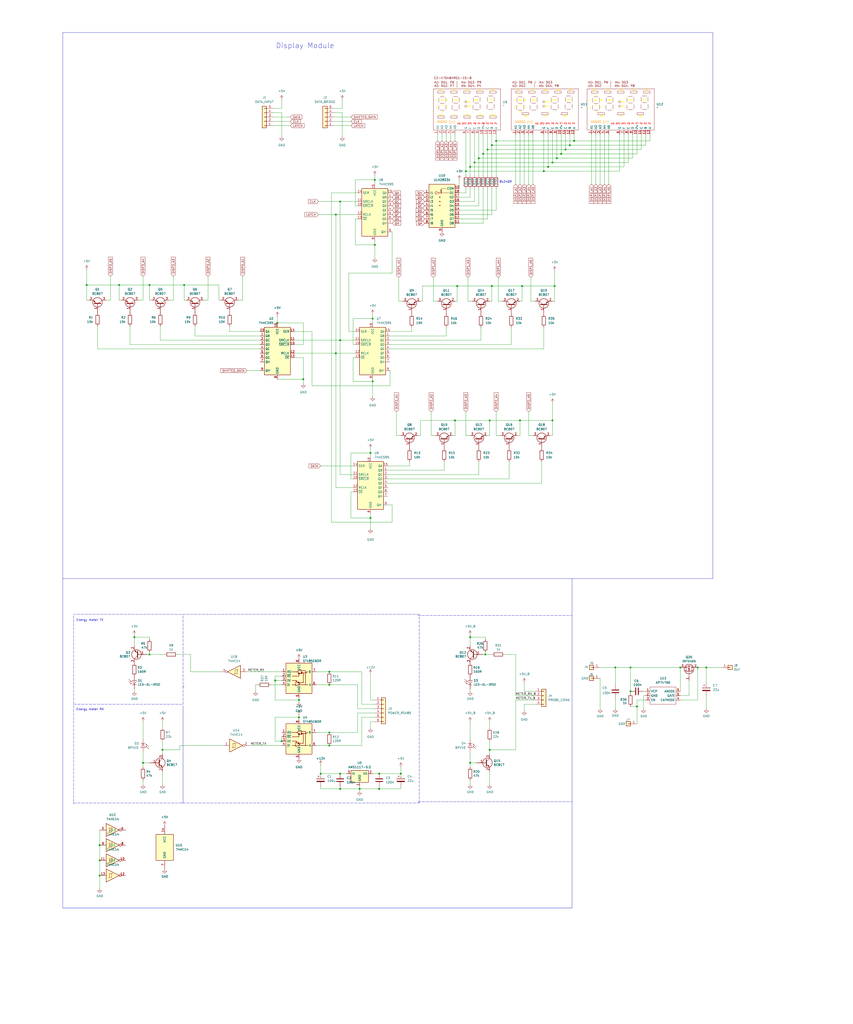
<source format=kicad_sch>
(kicad_sch (version 20231120) (generator "eeschema") (generator_version "8.0")
  (paper "User" 500 600)
  (junction (at 288.29 85.09))
  (junction (at 193.04 429.26))
  (junction (at 87.63 167.005))
  (junction (at 218.44 223.52))
  (junction (at 58.42 504.19))
  (junction (at 199.39 453.39))
  (junction (at 360.68 391.16))
  (junction (at 199.39 462.28))
  (junction (at 50.8 167.005))
  (junction (at 162.56 189.23))
  (junction (at 161.29 398.78))
  (junction (at 325.12 167.64))
  (junction (at 278.13 95.25))
  (junction (at 217.17 303.53))
  (junction (at 193.04 436.88))
  (junction (at 175.26 410.21))
  (junction (at 398.78 391.16))
  (junction (at 217.17 265.43))
  (junction (at 196.85 125.73))
  (junction (at 199.39 118.11))
  (junction (at 87.63 383.54))
  (junction (at 334.01 85.09))
  (junction (at 175.26 420.37))
  (junction (at 414.02 391.16))
  (junction (at 369.57 405.13))
  (junction (at 58.42 513.08))
  (junction (at 234.95 453.39))
  (junction (at 196.85 207.01))
  (junction (at 193.04 393.7))
  (junction (at 336.55 82.55))
  (junction (at 285.75 87.63))
  (junction (at 95.25 439.42))
  (junction (at 287.02 246.38))
  (junction (at 83.82 447.04))
  (junction (at 266.7 246.38))
  (junction (at 373.38 414.02))
  (junction (at 78.74 373.38))
  (junction (at 328.93 90.17))
  (junction (at 321.31 97.79))
  (junction (at 369.57 391.16))
  (junction (at 283.21 90.17))
  (junction (at 280.67 92.71))
  (junction (at 275.59 373.38))
  (junction (at 177.8 222.25))
  (junction (at 193.04 401.32))
  (junction (at 287.02 439.42))
  (junction (at 408.94 391.16))
  (junction (at 199.39 199.39))
  (junction (at 331.47 87.63))
  (junction (at 187.96 453.39))
  (junction (at 69.85 167.005))
  (junction (at 284.48 383.54))
  (junction (at 165.1 434.34))
  (junction (at 290.83 82.55))
  (junction (at 318.77 100.33))
  (junction (at 219.71 143.51))
  (junction (at 275.59 97.79))
  (junction (at 222.25 462.28))
  (junction (at 273.05 100.33))
  (junction (at 107.95 167.005))
  (junction (at 222.25 453.39))
  (junction (at 323.85 95.25))
  (junction (at 306.07 167.64))
  (junction (at 288.29 167.64))
  (junction (at 218.44 186.69))
  (junction (at 219.71 105.41))
  (junction (at 58.42 495.3))
  (junction (at 323.85 246.38))
  (junction (at 210.82 462.28))
  (junction (at 326.39 92.71))
  (junction (at 267.97 167.64))
  (junction (at 275.59 447.04))
  (junction (at 304.8 246.38))
  (wire (pts (xy 207.01 186.69) (xy 207.01 201.93)))
  (wire (pts (xy 76.2 201.93) (xy 76.2 191.135)))
  (wire (pts (xy 217.17 303.53) (xy 217.17 300.99)))
  (wire (pts (xy 302.26 383.54) (xy 302.26 407.67)))
  (wire (pts (xy 182.88 194.31) (xy 172.72 194.31)))
  (wire (pts (xy 199.39 461.01) (xy 199.39 462.28)))
  (wire (pts (xy 228.6 196.85) (xy 261.62 196.85)))
  (polyline (pts (xy 107.315 412.75) (xy 107.315 360.045)) (stroke (width 0) (type dash)))
  (wire (pts (xy 205.74 303.53) (xy 205.74 288.29)))
  (wire (pts (xy 128.27 167.005) (xy 128.27 175.895)))
  (wire (pts (xy 304.8 246.38) (xy 323.85 246.38)))
  (wire (pts (xy 381 82.55) (xy 381 78.74)))
  (wire (pts (xy 275.59 405.13) (xy 275.59 403.86)))
  (wire (pts (xy 351.79 397.51) (xy 351.79 415.29)))
  (wire (pts (xy 256.54 176.53) (xy 254 176.53)))
  (wire (pts (xy 144.78 217.17) (xy 152.4 217.17)))
  (wire (pts (xy 287.02 246.38) (xy 304.8 246.38)))
  (wire (pts (xy 210.82 462.28) (xy 210.82 463.55)))
  (wire (pts (xy 170.18 71.12) (xy 160.02 71.12)))
  (wire (pts (xy 302.26 410.21) (xy 313.69 410.21)))
  (wire (pts (xy 219.71 143.51) (xy 208.28 143.51)))
  (wire (pts (xy 373.38 410.21) (xy 378.46 410.21)))
  (wire (pts (xy 222.25 462.28) (xy 234.95 462.28)))
  (wire (pts (xy 280.67 92.71) (xy 280.67 102.87)))
  (wire (pts (xy 165.1 66.04) (xy 165.1 80.01)))
  (wire (pts (xy 228.6 217.17) (xy 228.6 226.06)))
  (wire (pts (xy 218.44 223.52) (xy 207.01 223.52)))
  (wire (pts (xy 284.48 383.54) (xy 288.29 383.54)))
  (wire (pts (xy 369.57 391.16) (xy 398.78 391.16)))
  (wire (pts (xy 287.02 439.42) (xy 287.02 441.96)))
  (wire (pts (xy 285.75 110.49) (xy 285.75 128.27)))
  (wire (pts (xy 207.01 280.67) (xy 205.74 280.67)))
  (wire (pts (xy 285.75 255.27) (xy 287.02 255.27)))
  (polyline (pts (xy 107.95 401.955) (xy 107.315 401.955)))
  (wire (pts (xy 269.24 128.27) (xy 285.75 128.27)))
  (wire (pts (xy 228.6 226.06) (xy 182.88 226.06)))
  (wire (pts (xy 275.59 97.79) (xy 275.59 102.87)))
  (wire (pts (xy 303.53 255.27) (xy 304.8 255.27)))
  (wire (pts (xy 196.85 125.73) (xy 209.55 125.73)))
  (wire (pts (xy 269.24 123.19) (xy 290.83 123.19)))
  (wire (pts (xy 161.29 410.21) (xy 161.29 398.78)))
  (wire (pts (xy 278.13 95.25) (xy 278.13 78.74)))
  (wire (pts (xy 290.83 82.55) (xy 290.83 102.87)))
  (wire (pts (xy 83.82 161.925) (xy 83.82 175.895)))
  (wire (pts (xy 170.18 68.58) (xy 160.02 68.58)))
  (wire (pts (xy 217.17 422.91) (xy 219.71 422.91)))
  (wire (pts (xy 259.08 82.55) (xy 259.08 78.74)))
  (wire (pts (xy 278.13 95.25) (xy 278.13 102.87)))
  (wire (pts (xy 219.71 412.75) (xy 212.09 412.75)))
  (wire (pts (xy 161.29 420.37) (xy 161.29 434.34)))
  (wire (pts (xy 187.96 453.39) (xy 199.39 453.39)))
  (wire (pts (xy 275.59 255.27) (xy 273.05 255.27)))
  (wire (pts (xy 369.57 414.02) (xy 373.38 414.02)))
  (wire (pts (xy 111.76 383.54) (xy 104.14 383.54)))
  (wire (pts (xy 283.21 90.17) (xy 283.21 78.74)))
  (wire (pts (xy 200.66 66.04) (xy 200.66 80.01)))
  (wire (pts (xy 207.01 278.13) (xy 199.39 278.13)))
  (wire (pts (xy 209.55 401.32) (xy 209.55 415.29)))
  (wire (pts (xy 309.88 241.3) (xy 309.88 255.27)))
  (wire (pts (xy 87.63 374.65) (xy 87.63 373.38)))
  (wire (pts (xy 52.07 175.895) (xy 50.8 175.895)))
  (wire (pts (xy 283.21 110.49) (xy 283.21 130.81)))
  (wire (pts (xy 160.02 66.04) (xy 165.1 66.04)))
  (wire (pts (xy 205.74 265.43) (xy 217.17 265.43)))
  (wire (pts (xy 265.43 255.27) (xy 266.7 255.27)))
  (wire (pts (xy 205.74 280.67) (xy 205.74 265.43)))
  (wire (pts (xy 246.38 176.53) (xy 247.65 176.53)))
  (wire (pts (xy 222.25 462.28) (xy 222.25 461.01)))
  (wire (pts (xy 83.82 449.58) (xy 83.82 447.04)))
  (wire (pts (xy 95.25 422.91) (xy 95.25 426.72)))
  (wire (pts (xy 207.01 201.93) (xy 208.28 201.93)))
  (wire (pts (xy 284.48 373.38) (xy 275.59 373.38)))
  (wire (pts (xy 218.44 186.69) (xy 207.01 186.69)))
  (wire (pts (xy 328.93 78.74) (xy 328.93 90.17)))
  (wire (pts (xy 208.28 105.41) (xy 208.28 120.65)))
  (wire (pts (xy 50.8 158.115) (xy 50.8 167.005)))
  (wire (pts (xy 199.39 462.28) (xy 210.82 462.28)))
  (wire (pts (xy 302.26 410.21) (xy 302.26 439.42)))
  (wire (pts (xy 172.72 207.01) (xy 196.85 207.01)))
  (wire (pts (xy 93.98 199.39) (xy 152.4 199.39)))
  (wire (pts (xy 398.78 410.21) (xy 408.94 410.21)))
  (wire (pts (xy 302.26 407.67) (xy 313.69 407.67)))
  (wire (pts (xy 269.24 125.73) (xy 288.29 125.73)))
  (wire (pts (xy 247.65 167.64) (xy 247.65 176.53)))
  (wire (pts (xy 217.17 265.43) (xy 217.17 267.97)))
  (wire (pts (xy 351.79 391.16) (xy 360.68 391.16)))
  (wire (pts (xy 160.02 63.5) (xy 165.1 63.5)))
  (wire (pts (xy 269.24 120.65) (xy 280.67 120.65)))
  (wire (pts (xy 114.3 196.85) (xy 114.3 191.135)))
  (wire (pts (xy 279.4 447.04) (xy 275.59 447.04)))
  (wire (pts (xy 219.71 143.51) (xy 219.71 140.97)))
  (wire (pts (xy 283.21 90.17) (xy 283.21 102.87)))
  (polyline (pts (xy 36.83 19.05) (xy 36.83 339.09)))
  (wire (pts (xy 175.26 420.37) (xy 175.26 421.64)))
  (wire (pts (xy 287.02 434.34) (xy 287.02 439.42)))
  (wire (pts (xy 185.42 401.32) (xy 193.04 401.32)))
  (wire (pts (xy 318.77 100.33) (xy 363.22 100.33)))
  (wire (pts (xy 369.57 391.16) (xy 369.57 405.13)))
  (wire (pts (xy 129.54 175.895) (xy 128.27 175.895)))
  (wire (pts (xy 363.22 100.33) (xy 363.22 78.74)))
  (wire (pts (xy 199.39 118.11) (xy 209.55 118.11)))
  (wire (pts (xy 161.29 396.24) (xy 165.1 396.24)))
  (wire (pts (xy 71.12 175.895) (xy 69.85 175.895)))
  (wire (pts (xy 360.68 391.16) (xy 360.68 401.32)))
  (wire (pts (xy 302.26 439.42) (xy 287.02 439.42)))
  (wire (pts (xy 209.55 417.83) (xy 209.55 429.26)))
  (wire (pts (xy 187.96 462.28) (xy 199.39 462.28)))
  (wire (pts (xy 142.24 161.925) (xy 142.24 175.895)))
  (wire (pts (xy 321.31 97.79) (xy 365.76 97.79)))
  (wire (pts (xy 162.56 185.42) (xy 162.56 189.23)))
  (wire (pts (xy 119.38 175.895) (xy 121.92 175.895)))
  (wire (pts (xy 228.6 199.39) (xy 281.94 199.39)))
  (wire (pts (xy 114.3 196.85) (xy 152.4 196.85)))
  (wire (pts (xy 95.25 459.74) (xy 95.25 452.12)))
  (wire (pts (xy 208.28 128.27) (xy 209.55 128.27)))
  (wire (pts (xy 87.63 167.005) (xy 69.85 167.005)))
  (wire (pts (xy 285.75 78.74) (xy 285.75 87.63)))
  (wire (pts (xy 275.59 457.2) (xy 275.59 459.74)))
  (wire (pts (xy 275.59 110.49) (xy 275.59 115.57)))
  (wire (pts (xy 275.59 373.38) (xy 275.59 378.46)))
  (wire (pts (xy 331.47 87.63) (xy 331.47 78.74)))
  (wire (pts (xy 287.02 176.53) (xy 288.29 176.53)))
  (wire (pts (xy 218.44 184.15) (xy 218.44 186.69)))
  (wire (pts (xy 325.12 167.64) (xy 325.12 176.53)))
  (wire (pts (xy 199.39 278.13) (xy 199.39 199.39)))
  (wire (pts (xy 175.26 411.48) (xy 175.26 410.21)))
  (polyline (pts (xy 43.18 470.535) (xy 245.745 470.535)) (stroke (width 0) (type dash)))
  (wire (pts (xy 217.17 309.88) (xy 217.17 303.53)))
  (wire (pts (xy 144.78 393.7) (xy 165.1 393.7)))
  (wire (pts (xy 313.69 176.53) (xy 311.15 176.53)))
  (wire (pts (xy 228.6 204.47) (xy 318.77 204.47)))
  (wire (pts (xy 307.34 412.75) (xy 307.34 416.56)))
  (wire (pts (xy 175.26 419.1) (xy 175.26 420.37)))
  (wire (pts (xy 288.29 85.09) (xy 288.29 102.87)))
  (wire (pts (xy 351.79 107.95) (xy 351.79 78.74)))
  (wire (pts (xy 227.33 275.59) (xy 260.35 275.59)))
  (wire (pts (xy 161.29 398.78) (xy 161.29 396.24)))
  (wire (pts (xy 227.33 283.21) (xy 317.5 283.21)))
  (wire (pts (xy 246.38 246.38) (xy 246.38 255.27)))
  (wire (pts (xy 246.38 246.38) (xy 266.7 246.38)))
  (wire (pts (xy 368.3 95.25) (xy 368.3 78.74)))
  (wire (pts (xy 360.68 408.94) (xy 360.68 415.29)))
  (wire (pts (xy 266.7 246.38) (xy 266.7 255.27)))
  (wire (pts (xy 218.44 232.41) (xy 218.44 223.52)))
  (wire (pts (xy 290.83 110.49) (xy 290.83 123.19)))
  (wire (pts (xy 288.29 167.64) (xy 306.07 167.64)))
  (wire (pts (xy 218.44 453.39) (xy 222.25 453.39)))
  (wire (pts (xy 278.13 110.49) (xy 278.13 118.11)))
  (wire (pts (xy 280.67 78.74) (xy 280.67 92.71)))
  (wire (pts (xy 306.07 167.64) (xy 306.07 176.53)))
  (wire (pts (xy 283.21 130.81) (xy 269.24 130.81)))
  (wire (pts (xy 170.18 73.66) (xy 160.02 73.66)))
  (wire (pts (xy 219.71 420.37) (xy 212.09 420.37)))
  (wire (pts (xy 323.85 176.53) (xy 325.12 176.53)))
  (wire (pts (xy 87.63 373.38) (xy 78.74 373.38)))
  (wire (pts (xy 208.28 199.39) (xy 199.39 199.39)))
  (wire (pts (xy 217.17 262.89) (xy 217.17 265.43)))
  (wire (pts (xy 58.42 504.19) (xy 58.42 513.08)))
  (wire (pts (xy 210.82 461.01) (xy 210.82 462.28)))
  (wire (pts (xy 57.15 204.47) (xy 152.4 204.47)))
  (wire (pts (xy 87.63 382.27) (xy 87.63 383.54)))
  (wire (pts (xy 172.72 199.39) (xy 199.39 199.39)))
  (polyline (pts (xy 107.315 413.385) (xy 107.315 470.535)))
  (wire (pts (xy 331.47 87.63) (xy 375.92 87.63)))
  (wire (pts (xy 134.62 194.31) (xy 152.4 194.31)))
  (wire (pts (xy 273.05 100.33) (xy 273.05 78.74)))
  (wire (pts (xy 87.63 383.54) (xy 96.52 383.54)))
  (wire (pts (xy 349.25 107.95) (xy 349.25 78.74)))
  (wire (pts (xy 87.63 447.04) (xy 83.82 447.04)))
  (wire (pts (xy 219.71 102.87) (xy 219.71 105.41)))
  (wire (pts (xy 105.41 439.42) (xy 95.25 439.42)))
  (wire (pts (xy 177.8 201.93) (xy 177.8 189.23)))
  (polyline (pts (xy 43.18 412.75) (xy 107.315 412.75)) (stroke (width 0) (type dash)))
  (wire (pts (xy 229.87 160.02) (xy 204.47 160.02)))
  (wire (pts (xy 312.42 107.95) (xy 312.42 78.74)))
  (wire (pts (xy 323.85 236.22) (xy 323.85 246.38)))
  (wire (pts (xy 261.62 196.85) (xy 261.62 191.77)))
  (wire (pts (xy 266.7 176.53) (xy 267.97 176.53)))
  (wire (pts (xy 109.22 175.895) (xy 107.95 175.895)))
  (wire (pts (xy 177.8 222.25) (xy 177.8 224.79)))
  (wire (pts (xy 83.82 457.2) (xy 83.82 459.74)))
  (wire (pts (xy 95.25 439.42) (xy 95.25 441.96)))
  (wire (pts (xy 307.34 107.95) (xy 307.34 78.74)))
  (wire (pts (xy 403.86 407.67) (xy 403.86 398.78)))
  (wire (pts (xy 269.24 118.11) (xy 278.13 118.11)))
  (wire (pts (xy 290.83 78.74) (xy 290.83 82.55)))
  (wire (pts (xy 313.69 412.75) (xy 307.34 412.75)))
  (wire (pts (xy 334.01 78.74) (xy 334.01 85.09)))
  (wire (pts (xy 269.24 105.41) (xy 269.24 110.49)))
  (wire (pts (xy 182.88 226.06) (xy 182.88 194.31)))
  (wire (pts (xy 264.16 82.55) (xy 264.16 78.74)))
  (wire (pts (xy 128.27 167.005) (xy 107.95 167.005)))
  (wire (pts (xy 193.04 429.26) (xy 185.42 429.26)))
  (wire (pts (xy 234.95 462.28) (xy 234.95 461.01)))
  (wire (pts (xy 323.85 246.38) (xy 323.85 255.27)))
  (wire (pts (xy 218.44 223.52) (xy 218.44 222.25)))
  (wire (pts (xy 177.8 189.23) (xy 162.56 189.23)))
  (polyline (pts (xy 43.18 360.68) (xy 43.18 471.17)) (stroke (width 0) (type dash)))
  (wire (pts (xy 58.42 495.3) (xy 58.42 504.19)))
  (wire (pts (xy 285.75 87.63) (xy 285.75 102.87)))
  (wire (pts (xy 83.82 433.07) (xy 83.82 422.91)))
  (wire (pts (xy 161.29 398.78) (xy 165.1 398.78)))
  (wire (pts (xy 285.75 87.63) (xy 331.47 87.63)))
  (wire (pts (xy 219.71 410.21) (xy 217.17 410.21)))
  (wire (pts (xy 318.77 204.47) (xy 318.77 191.77)))
  (wire (pts (xy 287.02 422.91) (xy 287.02 426.72)))
  (wire (pts (xy 78.74 373.38) (xy 78.74 378.46)))
  (polyline (pts (xy 245.11 360.68) (xy 335.28 360.68)) (stroke (width 0) (type dash)))
  (wire (pts (xy 105.41 436.88) (xy 105.41 439.42)))
  (wire (pts (xy 276.86 176.53) (xy 274.32 176.53)))
  (wire (pts (xy 321.31 97.79) (xy 321.31 78.74)))
  (wire (pts (xy 196.85 285.75) (xy 196.85 207.01)))
  (wire (pts (xy 161.29 434.34) (xy 165.1 434.34)))
  (wire (pts (xy 175.26 410.21) (xy 175.26 408.94)))
  (wire (pts (xy 234.95 453.39) (xy 234.95 449.58)))
  (wire (pts (xy 414.02 391.16) (xy 422.91 391.16)))
  (wire (pts (xy 360.68 391.16) (xy 369.57 391.16)))
  (wire (pts (xy 288.29 167.64) (xy 288.29 176.53)))
  (wire (pts (xy 323.85 95.25) (xy 278.13 95.25)))
  (wire (pts (xy 194.31 306.07) (xy 229.87 306.07)))
  (wire (pts (xy 275.59 78.74) (xy 275.59 97.79)))
  (wire (pts (xy 219.71 151.13) (xy 219.71 143.51)))
  (wire (pts (xy 294.64 176.53) (xy 292.1 176.53)))
  (wire (pts (xy 326.39 92.71) (xy 370.84 92.71)))
  (wire (pts (xy 64.77 161.925) (xy 64.77 175.895)))
  (wire (pts (xy 273.05 110.49) (xy 273.05 113.03)))
  (wire (pts (xy 199.39 199.39) (xy 199.39 118.11)))
  (wire (pts (xy 146.05 436.88) (xy 165.1 436.88)))
  (wire (pts (xy 241.3 194.31) (xy 241.3 191.77)))
  (wire (pts (xy 292.1 162.56) (xy 292.1 176.53)))
  (polyline (pts (xy 417.83 339.09) (xy 417.83 19.05)))
  (wire (pts (xy 255.27 255.27) (xy 252.73 255.27)))
  (polyline (pts (xy 107.315 401.955) (xy 107.315 403.225)))
  (wire (pts (xy 336.55 82.55) (xy 336.55 78.74)))
  (wire (pts (xy 95.25 434.34) (xy 95.25 439.42)))
  (wire (pts (xy 266.7 82.55) (xy 266.7 78.74)))
  (wire (pts (xy 200.66 63.5) (xy 200.66 58.42)))
  (wire (pts (xy 93.98 199.39) (xy 93.98 191.135)))
  (wire (pts (xy 232.41 241.3) (xy 232.41 255.27)))
  (polyline (pts (xy 107.315 470.535) (xy 106.68 470.535)))
  (polyline (pts (xy 245.11 469.9) (xy 335.28 469.9)) (stroke (width 0) (type dash)))
  (wire (pts (xy 317.5 283.21) (xy 317.5 270.51)))
  (wire (pts (xy 227.33 280.67) (xy 298.45 280.67)))
  (wire (pts (xy 212.09 412.75) (xy 212.09 393.7)))
  (wire (pts (xy 306.07 167.64) (xy 325.12 167.64)))
  (wire (pts (xy 217.17 426.72) (xy 217.17 422.91)))
  (wire (pts (xy 408.94 410.21) (xy 408.94 391.16)))
  (wire (pts (xy 269.24 115.57) (xy 275.59 115.57)))
  (wire (pts (xy 346.71 107.95) (xy 346.71 78.74)))
  (wire (pts (xy 228.6 194.31) (xy 241.3 194.31)))
  (wire (pts (xy 260.35 275.59) (xy 260.35 270.51)))
  (wire (pts (xy 287.02 246.38) (xy 287.02 255.27)))
  (wire (pts (xy 107.95 167.005) (xy 107.95 175.895)))
  (wire (pts (xy 134.62 194.31) (xy 134.62 191.135)))
  (wire (pts (xy 58.42 486.41) (xy 58.42 495.3)))
  (wire (pts (xy 209.55 429.26) (xy 193.04 429.26)))
  (wire (pts (xy 240.03 273.05) (xy 240.03 270.51)))
  (wire (pts (xy 398.78 407.67) (xy 403.86 407.67)))
  (wire (pts (xy 130.81 436.88) (xy 105.41 436.88)))
  (wire (pts (xy 318.77 100.33) (xy 273.05 100.33)))
  (wire (pts (xy 275.59 433.07) (xy 275.59 422.91)))
  (wire (pts (xy 280.67 278.13) (xy 280.67 270.51)))
  (wire (pts (xy 323.85 78.74) (xy 323.85 95.25)))
  (wire (pts (xy 334.01 85.09) (xy 288.29 85.09)))
  (wire (pts (xy 280.67 110.49) (xy 280.67 120.65)))
  (wire (pts (xy 219.71 105.41) (xy 208.28 105.41)))
  (wire (pts (xy 377.19 407.67) (xy 378.46 407.67)))
  (wire (pts (xy 99.06 175.895) (xy 101.6 175.895)))
  (wire (pts (xy 172.72 201.93) (xy 177.8 201.93)))
  (wire (pts (xy 217.17 303.53) (xy 205.74 303.53)))
  (wire (pts (xy 227.33 273.05) (xy 240.03 273.05)))
  (wire (pts (xy 186.69 125.73) (xy 196.85 125.73)))
  (wire (pts (xy 323.85 95.25) (xy 368.3 95.25)))
  (wire (pts (xy 229.87 295.91) (xy 227.33 295.91)))
  (wire (pts (xy 177.8 209.55) (xy 177.8 222.25)))
  (wire (pts (xy 193.04 401.32) (xy 209.55 401.32)))
  (wire (pts (xy 302.26 107.95) (xy 302.26 78.74)))
  (wire (pts (xy 209.55 113.03) (xy 194.31 113.03)))
  (wire (pts (xy 247.65 167.64) (xy 267.97 167.64)))
  (wire (pts (xy 290.83 82.55) (xy 336.55 82.55)))
  (wire (pts (xy 193.04 436.88) (xy 185.42 436.88)))
  (wire (pts (xy 205.74 73.66) (xy 195.58 73.66)))
  (wire (pts (xy 165.1 63.5) (xy 165.1 58.42)))
  (wire (pts (xy 175.26 420.37) (xy 161.29 420.37)))
  (wire (pts (xy 284.48 382.27) (xy 284.48 383.54)))
  (wire (pts (xy 354.33 107.95) (xy 354.33 78.74)))
  (wire (pts (xy 326.39 92.71) (xy 326.39 78.74)))
  (wire (pts (xy 369.57 405.13) (xy 369.57 406.4)))
  (wire (pts (xy 121.92 161.925) (xy 121.92 175.895)))
  (wire (pts (xy 307.34 405.13) (xy 307.34 400.05)))
  (wire (pts (xy 195.58 63.5) (xy 200.66 63.5)))
  (wire (pts (xy 273.05 100.33) (xy 273.05 102.87)))
  (wire (pts (xy 62.23 175.895) (xy 64.77 175.895)))
  (wire (pts (xy 50.8 167.005) (xy 50.8 175.895)))
  (wire (pts (xy 107.95 167.005) (xy 87.63 167.005)))
  (wire (pts (xy 398.78 405.13) (xy 398.78 391.16)))
  (wire (pts (xy 299.72 201.93) (xy 299.72 191.77)))
  (wire (pts (xy 304.8 176.53) (xy 306.07 176.53)))
  (wire (pts (xy 78.74 372.11) (xy 78.74 373.38)))
  (wire (pts (xy 212.09 420.37) (xy 212.09 436.88)))
  (wire (pts (xy 269.24 113.03) (xy 273.05 113.03)))
  (wire (pts (xy 267.97 167.64) (xy 288.29 167.64)))
  (wire (pts (xy 318.77 78.74) (xy 318.77 100.33)))
  (wire (pts (xy 234.95 453.39) (xy 222.25 453.39)))
  (wire (pts (xy 236.22 176.53) (xy 233.68 176.53)))
  (wire (pts (xy 177.8 222.25) (xy 162.56 222.25)))
  (wire (pts (xy 298.45 280.67) (xy 298.45 270.51)))
  (wire (pts (xy 313.69 405.13) (xy 307.34 405.13)))
  (wire (pts (xy 187.96 461.01) (xy 187.96 462.28)))
  (wire (pts (xy 287.02 459.74) (xy 287.02 452.12)))
  (wire (pts (xy 356.87 107.95) (xy 356.87 78.74)))
  (wire (pts (xy 218.44 186.69) (xy 218.44 189.23)))
  (wire (pts (xy 205.74 288.29) (xy 207.01 288.29)))
  (wire (pts (xy 281.94 199.39) (xy 281.94 191.77)))
  (wire (pts (xy 195.58 68.58) (xy 205.74 68.58)))
  (wire (pts (xy 58.42 513.08) (xy 58.42 520.7)))
  (wire (pts (xy 175.26 410.21) (xy 161.29 410.21)))
  (wire (pts (xy 187.96 453.39) (xy 187.96 448.31)))
  (polyline (pts (xy 36.83 339.09) (xy 417.83 339.09)))
  (wire (pts (xy 139.7 175.895) (xy 142.24 175.895)))
  (wire (pts (xy 414.02 407.67) (xy 414.02 415.29)))
  (polyline (pts (xy 36.83 339.09) (xy 36.83 532.13)))
  (wire (pts (xy 273.05 241.3) (xy 273.05 255.27)))
  (wire (pts (xy 207.01 285.75) (xy 196.85 285.75)))
  (wire (pts (xy 158.75 401.32) (xy 165.1 401.32)))
  (wire (pts (xy 111.76 393.7) (xy 111.76 383.54)))
  (wire (pts (xy 256.54 82.55) (xy 256.54 78.74)))
  (wire (pts (xy 186.69 118.11) (xy 199.39 118.11)))
  (wire (pts (xy 290.83 241.3) (xy 290.83 255.27)))
  (wire (pts (xy 149.86 405.13) (xy 149.86 401.32)))
  (wire (pts (xy 187.96 273.05) (xy 207.01 273.05)))
  (wire (pts (xy 373.38 414.02) (xy 373.38 410.21)))
  (wire (pts (xy 57.15 204.47) (xy 57.15 191.135)))
  (wire (pts (xy 252.73 241.3) (xy 252.73 255.27)))
  (wire (pts (xy 234.95 255.27) (xy 232.41 255.27)))
  (wire (pts (xy 204.47 160.02) (xy 204.47 194.31)))
  (wire (pts (xy 204.47 194.31) (xy 208.28 194.31)))
  (wire (pts (xy 373.38 90.17) (xy 373.38 78.74)))
  (wire (pts (xy 288.29 85.09) (xy 288.29 78.74)))
  (wire (pts (xy 275.59 440.69) (xy 275.59 447.04)))
  (wire (pts (xy 280.67 92.71) (xy 326.39 92.71)))
  (wire (pts (xy 245.11 255.27) (xy 246.38 255.27)))
  (wire (pts (xy 267.97 167.64) (xy 267.97 176.53)))
  (wire (pts (xy 69.85 167.005) (xy 69.85 175.895)))
  (wire (pts (xy 228.6 201.93) (xy 299.72 201.93)))
  (wire (pts (xy 293.37 255.27) (xy 290.83 255.27)))
  (wire (pts (xy 334.01 85.09) (xy 378.46 85.09)))
  (wire (pts (xy 165.1 431.8) (xy 165.1 434.34)))
  (wire (pts (xy 212.09 393.7) (xy 193.04 393.7)))
  (wire (pts (xy 283.21 383.54) (xy 284.48 383.54)))
  (wire (pts (xy 217.17 394.97) (xy 217.17 410.21)))
  (wire (pts (xy 304.8 246.38) (xy 304.8 255.27)))
  (wire (pts (xy 83.82 440.69) (xy 83.82 447.04)))
  (wire (pts (xy 87.63 167.005) (xy 87.63 175.895)))
  (wire (pts (xy 212.09 436.88) (xy 193.04 436.88)))
  (wire (pts (xy 304.8 107.95) (xy 304.8 78.74)))
  (wire (pts (xy 274.32 162.56) (xy 274.32 176.53)))
  (wire (pts (xy 209.55 415.29) (xy 219.71 415.29)))
  (wire (pts (xy 69.85 167.005) (xy 50.8 167.005)))
  (polyline (pts (xy 36.83 532.13) (xy 335.28 532.13)))
  (polyline (pts (xy 335.28 532.13) (xy 335.28 339.09)))
  (wire (pts (xy 295.91 383.54) (xy 302.26 383.54)))
  (wire (pts (xy 203.2 453.39) (xy 199.39 453.39)))
  (wire (pts (xy 229.87 306.07) (xy 229.87 295.91)))
  (wire (pts (xy 101.6 161.925) (xy 101.6 175.895)))
  (wire (pts (xy 207.01 209.55) (xy 208.28 209.55)))
  (wire (pts (xy 88.9 175.895) (xy 87.63 175.895)))
  (wire (pts (xy 336.55 82.55) (xy 381 82.55)))
  (wire (pts (xy 172.72 209.55) (xy 177.8 209.55)))
  (wire (pts (xy 229.87 135.89) (xy 229.87 160.02)))
  (wire (pts (xy 194.31 113.03) (xy 194.31 306.07)))
  (wire (pts (xy 219.71 417.83) (xy 209.55 417.83)))
  (wire (pts (xy 378.46 85.09) (xy 378.46 78.74)))
  (wire (pts (xy 328.93 90.17) (xy 373.38 90.17)))
  (wire (pts (xy 275.59 97.79) (xy 321.31 97.79)))
  (wire (pts (xy 219.71 105.41) (xy 219.71 107.95)))
  (wire (pts (xy 254 162.56) (xy 254 176.53)))
  (wire (pts (xy 195.58 66.04) (xy 200.66 66.04)))
  (wire (pts (xy 227.33 278.13) (xy 280.67 278.13)))
  (polyline (pts (xy 245.745 360.045) (xy 43.18 360.045)) (stroke (width 0) (type dash)))
  (wire (pts (xy 408.94 391.16) (xy 414.02 391.16)))
  (wire (pts (xy 193.04 393.7) (xy 185.42 393.7)))
  (wire (pts (xy 375.92 87.63) (xy 375.92 78.74)))
  (wire (pts (xy 81.28 175.895) (xy 83.82 175.895)))
  (wire (pts (xy 328.93 90.17) (xy 283.21 90.17)))
  (wire (pts (xy 377.19 415.29) (xy 377.19 407.67)))
  (wire (pts (xy 205.74 71.12) (xy 195.58 71.12)))
  (wire (pts (xy 309.88 107.95) (xy 309.88 78.74)))
  (wire (pts (xy 325.12 158.75) (xy 325.12 167.64)))
  (wire (pts (xy 86.36 383.54) (xy 87.63 383.54)))
  (wire (pts (xy 261.62 82.55) (xy 261.62 78.74)))
  (polyline (pts (xy 417.83 19.05) (xy 36.83 19.05)))
  (wire (pts (xy 233.68 162.56) (xy 233.68 176.53)))
  (wire (pts (xy 288.29 110.49) (xy 288.29 125.73)))
  (wire (pts (xy 284.48 374.65) (xy 284.48 373.38)))
  (wire (pts (xy 370.84 92.71) (xy 370.84 78.74)))
  (wire (pts (xy 275.59 372.11) (xy 275.59 373.38)))
  (wire (pts (xy 275.59 449.58) (xy 275.59 447.04)))
  (wire (pts (xy 266.7 246.38) (xy 287.02 246.38)))
  (wire (pts (xy 207.01 223.52) (xy 207.01 209.55)))
  (wire (pts (xy 208.28 207.01) (xy 196.85 207.01)))
  (wire (pts (xy 149.86 401.32) (xy 151.13 401.32)))
  (wire (pts (xy 373.38 424.18) (xy 373.38 414.02)))
  (wire (pts (xy 322.58 255.27) (xy 323.85 255.27)))
  (wire (pts (xy 208.28 143.51) (xy 208.28 128.27)))
  (wire (pts (xy 312.42 255.27) (xy 309.88 255.27)))
  (wire (pts (xy 76.2 201.93) (xy 152.4 201.93)))
  (wire (pts (xy 196.85 207.01) (xy 196.85 125.73)))
  (wire (pts (xy 414.02 391.16) (xy 414.02 400.05)))
  (wire (pts (xy 210.82 462.28) (xy 222.25 462.28)))
  (wire (pts (xy 78.74 405.13) (xy 78.74 403.86)))
  (wire (pts (xy 365.76 97.79) (xy 365.76 78.74)))
  (wire (pts (xy 208.28 120.65) (xy 209.55 120.65)))
  (wire (pts (xy 311.15 162.56) (xy 311.15 176.53)))
  (wire (pts (xy 129.54 393.7) (xy 111.76 393.7)))
  (polyline (pts (xy 245.745 470.535) (xy 245.745 360.045)) (stroke (width 0) (type dash)))
  (wire (pts (xy 377.19 405.13) (xy 378.46 405.13)))
  (text "8x240R" (at 296.418 106.68 0) (effects (font (size 1.27 1.27))))
  (text "Energy meter RX\n" (at 44.704 416.56 0) (effects (font (size 1.27 1.27)) (justify left bottom)))
  (text "Display Module" (at 178.816 26.924 0) (effects (font (size 3 3))))
  (text "Energy meter TX" (at 44.704 364.236 0) (effects (font (size 1.27 1.27)) (justify left bottom)))
  (label "METER_TX_B" (at 302.26 410.21 0))
  (label "METER_TX" (at 156.21 436.88 180))
  (label "METER_RX" (at 154.94 393.7 180))
  (label "METER_RX_B" (at 302.26 407.67 0))
  (global_label "LATCH" (shape input) (at 186.69 125.73 180) (property "Intersheetrefs" "${INTERSHEET_REFS}" (effects (hide yes))))
  (global_label "DISP1_A4" (shape input) (at 292.1 162.56 90) (property "Intersheetrefs" "${INTERSHEET_REFS}" (effects (hide yes))))
  (global_label "QC" (shape input) (at 229.87 118.11 0) (property "Intersheetrefs" "${INTERSHEET_REFS}" (effects (hide yes))))
  (global_label "DISP3_A5" (shape input) (at 356.87 107.95 270) (property "Intersheetrefs" "${INTERSHEET_REFS}" (effects (hide yes))))
  (global_label "DISP2_A1" (shape input) (at 232.41 241.3 90) (property "Intersheetrefs" "${INTERSHEET_REFS}" (effects (hide yes))))
  (global_label "QG" (shape input) (at 229.87 128.27 0) (property "Intersheetrefs" "${INTERSHEET_REFS}" (effects (hide yes))))
  (global_label "DISP1_A3" (shape input) (at 261.62 82.55 270) (property "Intersheetrefs" "${INTERSHEET_REFS}" (effects (hide yes))))
  (global_label "DISP3_A2" (shape input) (at 121.92 161.925 90) (property "Intersheetrefs" "${INTERSHEET_REFS}" (effects (hide yes))))
  (global_label "DISP2_A2" (shape input) (at 304.8 107.95 270) (property "Intersheetrefs" "${INTERSHEET_REFS}" (effects (hide yes))))
  (global_label "DISP2_A5" (shape input) (at 312.42 107.95 270) (property "Intersheetrefs" "${INTERSHEET_REFS}" (effects (hide yes))))
  (global_label "DISP3_A4" (shape input) (at 354.33 107.95 270) (property "Intersheetrefs" "${INTERSHEET_REFS}" (effects (hide yes))))
  (global_label "DISP1_A4" (shape input) (at 264.16 82.55 270) (property "Intersheetrefs" "${INTERSHEET_REFS}" (effects (hide yes))))
  (global_label "QE" (shape input) (at 229.87 123.19 0) (property "Intersheetrefs" "${INTERSHEET_REFS}" (effects (hide yes))))
  (global_label "DISP3_A5" (shape input) (at 64.77 161.925 90) (property "Intersheetrefs" "${INTERSHEET_REFS}" (effects (hide yes))))
  (global_label "QB" (shape input) (at 229.87 115.57 0) (property "Intersheetrefs" "${INTERSHEET_REFS}" (effects (hide yes))))
  (global_label "DISP2_A4" (shape input) (at 290.83 241.3 90) (property "Intersheetrefs" "${INTERSHEET_REFS}" (effects (hide yes))))
  (global_label "QC" (shape input) (at 248.92 125.73 180) (property "Intersheetrefs" "${INTERSHEET_REFS}" (effects (hide yes))))
  (global_label "QE" (shape input) (at 248.92 120.65 180) (property "Intersheetrefs" "${INTERSHEET_REFS}" (effects (hide yes))))
  (global_label "LATCH" (shape input) (at 205.74 73.66 0) (property "Intersheetrefs" "${INTERSHEET_REFS}" (effects (hide yes))))
  (global_label "DISP3_A1" (shape input) (at 142.24 161.925 90) (property "Intersheetrefs" "${INTERSHEET_REFS}" (effects (hide yes))))
  (global_label "QD" (shape input) (at 248.92 123.19 180) (property "Intersheetrefs" "${INTERSHEET_REFS}" (effects (hide yes))))
  (global_label "QB" (shape input) (at 248.92 128.27 180) (property "Intersheetrefs" "${INTERSHEET_REFS}" (effects (hide yes))))
  (global_label "DISP3_A2" (shape input) (at 349.25 107.95 270) (property "Intersheetrefs" "${INTERSHEET_REFS}" (effects (hide yes))))
  (global_label "QH" (shape input) (at 248.92 113.03 180) (property "Intersheetrefs" "${INTERSHEET_REFS}" (effects (hide yes))))
  (global_label "DISP2_A1" (shape input) (at 302.26 107.95 270) (property "Intersheetrefs" "${INTERSHEET_REFS}" (effects (hide yes))))
  (global_label "DISP1_A5" (shape input) (at 266.7 82.55 270) (property "Intersheetrefs" "${INTERSHEET_REFS}" (effects (hide yes))))
  (global_label "DISP1_A3" (shape input) (at 274.32 162.56 90) (property "Intersheetrefs" "${INTERSHEET_REFS}" (effects (hide yes))))
  (global_label "DISP1_A5" (shape input) (at 311.15 162.56 90) (property "Intersheetrefs" "${INTERSHEET_REFS}" (effects (hide yes))))
  (global_label "DISP1_A1" (shape input) (at 256.54 82.55 270) (property "Intersheetrefs" "${INTERSHEET_REFS}" (effects (hide yes))))
  (global_label "DISP1_A1" (shape input) (at 233.68 162.56 90) (property "Intersheetrefs" "${INTERSHEET_REFS}" (effects (hide yes))))
  (global_label "DISP2_A2" (shape input) (at 252.73 241.3 90) (property "Intersheetrefs" "${INTERSHEET_REFS}" (effects (hide yes))))
  (global_label "LATCH" (shape input) (at 170.18 73.66 0) (property "Intersheetrefs" "${INTERSHEET_REFS}" (effects (hide yes))))
  (global_label "QF" (shape input) (at 229.87 125.73 0) (property "Intersheetrefs" "${INTERSHEET_REFS}" (effects (hide yes))))
  (global_label "SHIFTED_DATA" (shape input) (at 144.78 217.17 180) (property "Intersheetrefs" "${INTERSHEET_REFS}" (effects (hide yes))))
  (global_label "QF" (shape input) (at 248.92 118.11 180) (property "Intersheetrefs" "${INTERSHEET_REFS}" (effects (hide yes))))
  (global_label "QA" (shape input) (at 229.87 113.03 0) (property "Intersheetrefs" "${INTERSHEET_REFS}" (effects (hide yes))))
  (global_label "QD" (shape input) (at 229.87 120.65 0) (property "Intersheetrefs" "${INTERSHEET_REFS}" (effects (hide yes))))
  (global_label "QA" (shape input) (at 248.92 130.81 180) (property "Intersheetrefs" "${INTERSHEET_REFS}" (effects (hide yes))))
  (global_label "DISP2_A4" (shape input) (at 309.88 107.95 270) (property "Intersheetrefs" "${INTERSHEET_REFS}" (effects (hide yes))))
  (global_label "QG" (shape input) (at 248.92 115.57 180) (property "Intersheetrefs" "${INTERSHEET_REFS}" (effects (hide yes))))
  (global_label "DISP2_A3" (shape input) (at 273.05 241.3 90) (property "Intersheetrefs" "${INTERSHEET_REFS}" (effects (hide yes))))
  (global_label "DISP3_A3" (shape input) (at 101.6 161.925 90) (property "Intersheetrefs" "${INTERSHEET_REFS}" (effects (hide yes))))
  (global_label "DISP1_A2" (shape input) (at 254 162.56 90) (property "Intersheetrefs" "${INTERSHEET_REFS}" (effects (hide yes))))
  (global_label "SHIFTED_DATA" (shape input) (at 205.74 68.58 0) (property "Intersheetrefs" "${INTERSHEET_REFS}" (effects (hide yes))))
  (global_label "DATA" (shape input) (at 187.96 273.05 180) (property "Intersheetrefs" "${INTERSHEET_REFS}" (effects (hide yes))))
  (global_label "CLK" (shape input) (at 186.69 118.11 180) (property "Intersheetrefs" "${INTERSHEET_REFS}" (effects (hide yes))))
  (global_label "QH" (shape input) (at 229.87 130.81 0) (property "Intersheetrefs" "${INTERSHEET_REFS}" (effects (hide yes))))
  (global_label "DISP3_A4" (shape input) (at 83.82 161.925 90) (property "Intersheetrefs" "${INTERSHEET_REFS}" (effects (hide yes))))
  (global_label "CLK" (shape input) (at 205.74 71.12 0) (property "Intersheetrefs" "${INTERSHEET_REFS}" (effects (hide yes))))
  (global_label "DISP3_A3" (shape input) (at 351.79 107.95 270) (property "Intersheetrefs" "${INTERSHEET_REFS}" (effects (hide yes))))
  (global_label "CLK" (shape input) (at 170.18 71.12 0) (property "Intersheetrefs" "${INTERSHEET_REFS}" (effects (hide yes))))
  (global_label "DISP2_A3" (shape input) (at 307.34 107.95 270) (property "Intersheetrefs" "${INTERSHEET_REFS}" (effects (hide yes))))
  (global_label "DISP1_A2" (shape input) (at 259.08 82.55 270) (property "Intersheetrefs" "${INTERSHEET_REFS}" (effects (hide yes))))
  (global_label "DISP3_A1" (shape input) (at 346.71 107.95 270) (property "Intersheetrefs" "${INTERSHEET_REFS}" (effects (hide yes))))
  (global_label "DATA" (shape input) (at 170.18 68.58 0) (property "Intersheetrefs" "${INTERSHEET_REFS}" (effects (hide yes))))
  (global_label "DISP2_A5" (shape input) (at 309.88 241.3 90) (property "Intersheetrefs" "${INTERSHEET_REFS}" (effects (hide yes))))
  (symbol (lib_id "Device:R") (at 134.62 187.325 0) (mirror y) (unit 1)
    (property "Reference" "R10" (at 132.08 186.0549 0) (effects (justify left)))
    (property "Value" "10K" (at 132.08 188.5949 0) (effects (justify left)))
    (property "Footprint" "Resistor_SMD:R_0805_2012Metric_Pad1.20x1.40mm_HandSolder" (effects (hide yes)))
    (property "Description" "Resistor" (effects (hide yes)))
  )
  (symbol (lib_id "Device:R") (at 241.3 187.96 0) (unit 1)
    (property "Reference" "R14" (at 243.84 186.6899 0) (effects (justify left)))
    (property "Value" "10K" (at 243.84 189.2299 0) (effects (justify left)))
    (property "Footprint" "Resistor_SMD:R_0805_2012Metric_Pad1.20x1.40mm_HandSolder" (effects (hide yes)))
    (property "Description" "Resistor" (effects (hide yes)))
  )
  (symbol (lib_id "power:+12V") (at 187.96 448.31 0) (unit 1)
    (property "Reference" "#PWR019" (effects (hide yes)))
    (property "Value" "+12V" (at 187.96 444.5 0))
    (property "Description" "Power symbol creates a global label with name \"+12V\"" (effects (hide yes)))
  )
  (symbol (lib_id "Connector_Generic:Conn_01x01") (at 346.71 397.51 180) (unit 1)
    (property "Reference" "J6" (at 346.456 395.224 0))
    (property "Value" "GND" (at 342.9 397.51 0))
    (property "Footprint" "Connector_Pin:Pin_D1.4mm_L8.5mm_W2.8mm_FlatFork" (effects (hide yes)))
    (property "Description" "Generic connector, single row, 01x01, script generated (kicad-library-utils/schlib/autogen/connector/)" (effects (hide yes)))
  )
  (symbol (lib_id "Device:R") (at 284.48 378.46 0) (mirror x) (unit 1)
    (property "Reference" "R26" (at 279.4 377.19 0) (effects (justify left)))
    (property "Value" "47k" (at 279.654 379.476 0) (effects (justify left)))
    (property "Footprint" "Resistor_SMD:R_0805_2012Metric_Pad1.20x1.40mm_HandSolder" (effects (hide yes)))
  )
  (symbol (lib_id "74xx:74HC14") (at 66.04 495.3 0) (unit 4)
    (property "Reference" "U1" (at 66.04 486.41 0))
    (property "Value" "74HC14" (at 66.04 488.95 0))
    (property "Footprint" "Package_SO:SO-16_3.9x9.9mm_P1.27mm" (effects (hide yes)))
    (property "Datasheet" "http://www.ti.com/lit/gpn/sn74HC14" (effects (hide yes)))
    (property "Description" "Hex inverter schmitt trigger" (effects (hide yes)))
  )
  (symbol (lib_id "Device:R") (at 283.21 106.68 180) (unit 1)
    (property "Reference" "R25" (at 283.21 108.458 90) (effects (justify right)))
    (property "Value" "240R" (effects (hide yes)))
    (property "Footprint" "Resistor_SMD:R_0805_2012Metric_Pad1.20x1.40mm_HandSolder" (effects (hide yes)))
    (property "Description" "Resistor" (effects (hide yes)))
  )
  (symbol (lib_id "Device:R") (at 280.67 266.7 0) (unit 1)
    (property "Reference" "R23" (at 283.21 265.4299 0) (effects (justify left)))
    (property "Value" "10k" (at 283.21 267.9699 0) (effects (justify left)))
    (property "Footprint" "Resistor_SMD:R_0805_2012Metric_Pad1.20x1.40mm_HandSolder" (effects (hide yes)))
    (property "Description" "Resistor" (effects (hide yes)))
  )
  (symbol (lib_id "Transistor_FET:IRF540N") (at 403.86 393.7 270) (mirror x) (unit 1)
    (property "Reference" "Q20" (at 403.86 385.1105 90))
    (property "Value" "IRF540N" (at 403.86 387.5348 90))
    (property "Footprint" "Package_TO_SOT_THT:TO-220-3_Vertical" (effects (hide yes)))
    (property "Datasheet" "http://www.irf.com/product-info/datasheets/data/irf540n.pdf" (effects (hide yes)))
    (property "Description" "33A Id, 100V Vds, HEXFET N-Channel MOSFET, TO-220" (effects (hide yes)))
  )
  (symbol (lib_id "power:GND") (at 219.71 151.13 0) (unit 1)
    (property "Reference" "#PWR030" (effects (hide yes)))
    (property "Value" "GND" (at 219.71 156.21 0))
    (property "Description" "Power symbol creates a global label with name \"GND\" , ground" (effects (hide yes)))
  )
  (symbol (lib_id "Interface_UART:ST485EBDR") (at 175.26 396.24 0) (unit 1)
    (property "Reference" "U3" (at 177.4541 384.81 0) (effects (justify left)))
    (property "Value" "ST485EBDR" (at 177.4541 387.35 0) (effects (justify left)))
    (property "Footprint" "Package_SO:SOIC-8_3.9x4.9mm_P1.27mm" (effects (hide yes)))
    (property "Datasheet" "http://www.st.com/resource/en/datasheet/st485eb.pdf" (effects (hide yes)))
    (property "Description" "Half duplex RS-485/RS-422, 5 Mbps, ±15kV electro-static discharge (ESD) protection, no slew-rate, with low-power shutdown, with receiver/driver enable, 256 transceiver on the bus - 40 to 85 °C, SOIC-8" (effects (hide yes)))
  )
  (symbol (lib_id "power:GND") (at 175.26 411.48 0) (unit 1)
    (property "Reference" "#PWR015" (effects (hide yes)))
    (property "Value" "GND" (at 175.26 416.56 0))
    (property "Description" "Power symbol creates a global label with name \"GND\" , ground" (effects (hide yes)))
  )
  (symbol (lib_id "Device:R") (at 87.63 378.46 0) (mirror x) (unit 1)
    (property "Reference" "R5" (at 82.55 377.19 0) (effects (justify left)))
    (property "Value" "47k" (at 82.804 379.476 0) (effects (justify left)))
    (property "Footprint" "Resistor_SMD:R_0805_2012Metric_Pad1.20x1.40mm_HandSolder" (effects (hide yes)))
  )
  (symbol (lib_id "emosystem-probe-rescue:GND-power") (at 78.74 405.13 0) (unit 1)
    (property "Reference" "#PWR04" (effects (hide yes)))
    (property "Value" "GND" (at 78.867 409.5242 0))
  )
  (symbol (lib_id "Transistor_BJT:BC807") (at 76.2 178.435 270) (mirror x) (unit 1)
    (property "Reference" "Q2" (at 76.2 169.545 90))
    (property "Value" "BC807" (at 76.2 172.085 90))
    (property "Footprint" "Package_TO_SOT_SMD:SOT-23" (effects (hide yes)))
    (property "Datasheet" "https://www.onsemi.com/pub/Collateral/BC808-D.pdf" (effects (hide yes)))
    (property "Description" "0.8A Ic, 45V Vce, PNP Transistor, SOT-23" (effects (hide yes)))
  )
  (symbol (lib_id "Device:R") (at 83.82 453.39 0) (unit 1)
    (property "Reference" "R4" (at 85.598 452.2216 0) (effects (justify left)))
    (property "Value" "47k" (at 85.598 454.533 0) (effects (justify left)))
    (property "Footprint" "Resistor_SMD:R_0805_2012Metric_Pad1.20x1.40mm_HandSolder" (effects (hide yes)))
  )
  (symbol (lib_id "Sensor_Optical:SFH203FA") (at 275.59 398.78 90) (unit 1)
    (property "Reference" "D3" (at 277.5712 398.8816 90) (effects (justify right)))
    (property "Value" "LED-AL-IR50" (at 277.5712 401.193 90) (effects (justify right)))
    (property "Footprint" "LED_THT:LED_D5.0mm" (effects (hide yes)))
    (property "Datasheet" "http://www.osram-os.com/Graphics/XPic9/00101656_0.pdf/SFH%20203,%20SFH%20203%20FA,%20Lead%20(Pb)%20Free%20Product%20-%20RoHS%20Compliant.pdf" (effects (hide yes)))
  )
  (symbol (lib_id "Device:R") (at 318.77 187.96 0) (unit 1)
    (property "Reference" "R35" (at 321.31 186.6899 0) (effects (justify left)))
    (property "Value" "10k" (at 321.31 189.2299 0) (effects (justify left)))
    (property "Footprint" "Resistor_SMD:R_0805_2012Metric_Pad1.20x1.40mm_HandSolder" (effects (hide yes)))
    (property "Description" "Resistor" (effects (hide yes)))
  )
  (symbol (lib_id "74xx:74HC595") (at 219.71 123.19 0) (unit 1)
    (property "Reference" "U8" (at 221.9041 105.41 0) (effects (justify left)))
    (property "Value" "74HC595" (at 221.9041 107.95 0) (effects (justify left)))
    (property "Footprint" "Package_SO:SO-16_3.9x9.9mm_P1.27mm" (effects (hide yes)))
    (property "Datasheet" "http://www.ti.com/lit/ds/symlink/sn74hc595.pdf" (effects (hide yes)))
    (property "Description" "8-bit serial in/out Shift Register 3-State Outputs" (effects (hide yes)))
  )
  (symbol (lib_id "emosystem-probe-rescue:GND-power") (at 414.02 415.29 0) (unit 1)
    (property "Reference" "#PWR047" (effects (hide yes)))
    (property "Value" "GND" (at 414.02 419.608 0))
  )
  (symbol (lib_id "Device:R") (at 100.33 383.54 90) (unit 1)
    (property "Reference" "R8" (at 100.33 378.2822 90))
    (property "Value" "1k" (at 100.33 380.5936 90))
    (property "Footprint" "Resistor_SMD:R_0805_2012Metric_Pad1.20x1.40mm_HandSolder" (effects (hide yes)))
  )
  (symbol (lib_id "Sensor_Optical:BP104") (at 83.82 438.15 270) (unit 1)
    (property "Reference" "D2" (at 78.74 435.61 90) (effects (justify left)))
    (property "Value" "BPV10" (at 74.93 438.15 90) (effects (justify left)))
    (property "Footprint" "LED_THT:LED_D5.0mm" (effects (hide yes)))
    (property "Datasheet" "https://www.vishay.com/docs/81502/bpv10.pdf" (effects (hide yes)))
  )
  (symbol (lib_id "my_symbol_lib:JZG_E5627BRG-1-7-segment-display") (at 299.72 52.07 0) (unit 1)
    (property "Reference" "U11" (at 340.36 61.0777 0) (effects (justify left)))
    (property "Value" "~" (at 340.36 62.9828 0) (effects (justify left)))
    (property "Footprint" "My-Footprints:JZG_E5627BRG-1_7_SEGMENT_DISPLAY" (effects (hide yes)))
  )
  (symbol (lib_id "Connector_Generic:Conn_01x05") (at 190.5 68.58 180) (unit 1)
    (property "Reference" "J2" (at 190.5 57.15 0))
    (property "Value" "DATA_BRIDGE" (at 190.5 59.69 0))
    (property "Footprint" "Connector_JST:JST_XH_B5B-XH-A_1x05_P2.50mm_Vertical" (effects (hide yes)))
    (property "Description" "Generic connector, single row, 01x05, script generated (kicad-library-utils/schlib/autogen/connector/)" (effects (hide yes)))
  )
  (symbol (lib_id "Transistor_BJT:BC807") (at 299.72 179.07 90) (unit 1)
    (property "Reference" "Q17" (at 299.72 170.18 90))
    (property "Value" "BC807" (at 299.72 172.72 90))
    (property "Footprint" "Package_TO_SOT_SMD:SOT-23" (effects (hide yes)))
    (property "Datasheet" "https://www.onsemi.com/pub/Collateral/BC808-D.pdf" (effects (hide yes)))
    (property "Description" "0.8A Ic, 45V Vce, PNP Transistor, SOT-23" (effects (hide yes)))
  )
  (symbol (lib_id "my_symbol_lib:JZG_E5627BRG-1-7-segment-display") (at 344.17 52.07 0) (unit 1)
    (property "Reference" "U12" (at 384.81 61.0777 0) (effects (justify left)))
    (property "Value" "~" (at 384.81 62.9828 0) (effects (justify left)))
    (property "Footprint" "My-Footprints:JZG_E5627BRG-1_7_SEGMENT_DISPLAY" (effects (hide yes)))
  )
  (symbol (lib_id "power:GND") (at 149.86 405.13 0) (unit 1)
    (property "Reference" "#PWR048" (effects (hide yes)))
    (property "Value" "GND" (at 149.86 410.21 0))
    (property "Description" "Power symbol creates a global label with name \"GND\" , ground" (effects (hide yes)))
  )
  (symbol (lib_id "Connector_Generic:Conn_01x01") (at 346.71 391.16 180) (unit 1)
    (property "Reference" "J5" (at 346.71 388.62 0))
    (property "Value" "IN" (at 343.662 390.906 0))
    (property "Footprint" "Connector_Pin:Pin_D1.4mm_L8.5mm_W2.8mm_FlatFork" (effects (hide yes)))
    (property "Description" "Generic connector, single row, 01x01, script generated (kicad-library-utils/schlib/autogen/connector/)" (effects (hide yes)))
  )
  (symbol (lib_id "emosystem-probe-rescue:GND-power") (at 377.19 415.29 0) (unit 1)
    (property "Reference" "#PWR046" (effects (hide yes)))
    (property "Value" "GND" (at 377.317 419.6842 0))
  )
  (symbol (lib_id "Device:R") (at 93.98 187.325 0) (mirror y) (unit 1)
    (property "Reference" "R6" (at 91.44 186.0549 0) (effects (justify left)))
    (property "Value" "10k" (at 91.44 188.5949 0) (effects (justify left)))
    (property "Footprint" "Resistor_SMD:R_0805_2012Metric_Pad1.20x1.40mm_HandSolder" (effects (hide yes)))
    (property "Description" "Resistor" (effects (hide yes)))
  )
  (symbol (lib_id "My-Lib:AP74700") (at 388.62 407.67 0) (unit 1)
    (property "Reference" "U13" (at 388.62 397.51 0))
    (property "Value" "AP74700" (at 388.62 400.05 0))
    (property "Footprint" "Package_TO_SOT_SMD:SOT-23-6_Handsoldering" (effects (hide yes)))
  )
  (symbol (lib_id "Device:R") (at 240.03 266.7 0) (unit 1)
    (property "Reference" "R13" (at 242.57 265.4299 0) (effects (justify left)))
    (property "Value" "10K" (at 242.57 267.9699 0) (effects (justify left)))
    (property "Footprint" "Resistor_SMD:R_0805_2012Metric_Pad1.20x1.40mm_HandSolder" (effects (hide yes)))
    (property "Description" "Resistor" (effects (hide yes)))
  )
  (symbol (lib_id "emosystem-probe-rescue:GND-power") (at 58.42 520.7 0) (unit 1)
    (property "Reference" "#PWR02" (effects (hide yes)))
    (property "Value" "GND" (at 58.547 525.0942 0))
  )
  (symbol (lib_id "emosystem-probe-rescue:GND-power") (at 95.25 459.74 0) (unit 1)
    (property "Reference" "#PWR08" (effects (hide yes)))
    (property "Value" "GND" (at 95.377 464.1342 0))
  )
  (symbol (lib_id "74xx:74HC14") (at 66.04 504.19 0) (unit 5)
    (property "Reference" "U1" (at 66.04 495.3 0))
    (property "Value" "74HC14" (at 66.04 497.84 0))
    (property "Footprint" "Package_SO:SO-16_3.9x9.9mm_P1.27mm" (effects (hide yes)))
    (property "Datasheet" "http://www.ti.com/lit/gpn/sn74HC14" (effects (hide yes)))
    (property "Description" "Hex inverter schmitt trigger" (effects (hide yes)))
  )
  (symbol (lib_id "Device:R") (at 317.5 266.7 0) (unit 1)
    (property "Reference" "R34" (at 320.04 265.4299 0) (effects (justify left)))
    (property "Value" "10k" (at 320.04 267.9699 0) (effects (justify left)))
    (property "Footprint" "Resistor_SMD:R_0805_2012Metric_Pad1.20x1.40mm_HandSolder" (effects (hide yes)))
    (property "Description" "Resistor" (effects (hide yes)))
  )
  (symbol (lib_id "power:+5V") (at 287.02 422.91 0) (unit 1)
    (property "Reference" "#PWR038" (effects (hide yes)))
    (property "Value" "+5V_B" (at 287.02 417.83 0))
    (property "Description" "Power symbol creates a global label with name \"+5V\"" (effects (hide yes)))
  )
  (symbol (lib_id "Device:R") (at 275.59 106.68 180) (unit 1)
    (property "Reference" "R18" (at 275.59 108.458 90) (effects (justify right)))
    (property "Value" "240R" (effects (hide yes)))
    (property "Footprint" "Resistor_SMD:R_0805_2012Metric_Pad1.20x1.40mm_HandSolder" (effects (hide yes)))
    (property "Description" "Resistor" (effects (hide yes)))
  )
  (symbol (lib_id "Transistor_BJT:BC807") (at 93.98 178.435 270) (mirror x) (unit 1)
    (property "Reference" "Q5" (at 93.98 169.545 90))
    (property "Value" "BC807" (at 93.98 172.085 90))
    (property "Footprint" "Package_TO_SOT_SMD:SOT-23" (effects (hide yes)))
    (property "Datasheet" "https://www.onsemi.com/pub/Collateral/BC808-D.pdf" (effects (hide yes)))
    (property "Description" "0.8A Ic, 45V Vce, PNP Transistor, SOT-23" (effects (hide yes)))
  )
  (symbol (lib_id "power:+5V") (at 83.82 422.91 0) (unit 1)
    (property "Reference" "#PWR05" (effects (hide yes)))
    (property "Value" "+5V" (at 83.82 417.83 0))
    (property "Description" "Power symbol creates a global label with name \"+5V\"" (effects (hide yes)))
  )
  (symbol (lib_id "Device:R") (at 299.72 187.96 0) (unit 1)
    (property "Reference" "R33" (at 302.26 186.6899 0) (effects (justify left)))
    (property "Value" "10k" (at 302.26 189.2299 0) (effects (justify left)))
    (property "Footprint" "Resistor_SMD:R_0805_2012Metric_Pad1.20x1.40mm_HandSolder" (effects (hide yes)))
    (property "Description" "Resistor" (effects (hide yes)))
  )
  (symbol (lib_id "Device:R") (at 260.35 266.7 0) (unit 1)
    (property "Reference" "R15" (at 262.89 265.4299 0) (effects (justify left)))
    (property "Value" "10k" (at 262.89 267.9699 0) (effects (justify left)))
    (property "Footprint" "Resistor_SMD:R_0805_2012Metric_Pad1.20x1.40mm_HandSolder" (effects (hide yes)))
    (property "Description" "Resistor" (effects (hide yes)))
  )
  (symbol (lib_id "Device:R") (at 275.59 453.39 0) (unit 1)
    (property "Reference" "R20" (at 277.368 452.2216 0) (effects (justify left)))
    (property "Value" "47k" (at 277.368 454.533 0) (effects (justify left)))
    (property "Footprint" "Resistor_SMD:R_0805_2012Metric_Pad1.20x1.40mm_HandSolder" (effects (hide yes)))
  )
  (symbol (lib_id "power:GND") (at 177.8 224.79 0) (unit 1)
    (property "Reference" "#PWR018" (effects (hide yes)))
    (property "Value" "GND" (at 177.8 229.87 0))
    (property "Description" "Power symbol creates a global label with name \"GND\" , ground" (effects (hide yes)))
  )
  (symbol (lib_id "Device:R") (at 275.59 392.43 0) (unit 1)
    (property "Reference" "R19" (at 277.368 391.2616 0) (effects (justify left)))
    (property "Value" "160R" (at 277.368 393.573 0) (effects (justify left)))
    (property "Footprint" "Resistor_SMD:R_0805_2012Metric_Pad1.20x1.40mm_HandSolder" (effects (hide yes)))
  )
  (symbol (lib_id "power:GND") (at 217.17 426.72 0) (unit 1)
    (property "Reference" "#PWR026" (effects (hide yes)))
    (property "Value" "GND" (at 217.17 431.8 0))
    (property "Description" "Power symbol creates a global label with name \"GND\" , ground" (effects (hide yes)))
  )
  (symbol (lib_id "Transistor_BJT:BC807") (at 280.67 257.81 90) (unit 1)
    (property "Reference" "Q13" (at 280.67 248.92 90))
    (property "Value" "BC807" (at 280.67 251.46 90))
    (property "Footprint" "Package_TO_SOT_SMD:SOT-23" (effects (hide yes)))
    (property "Datasheet" "https://www.onsemi.com/pub/Collateral/BC808-D.pdf" (effects (hide yes)))
    (property "Description" "0.8A Ic, 45V Vce, PNP Transistor, SOT-23" (effects (hide yes)))
  )
  (symbol (lib_id "74xx:74HC595") (at 162.56 204.47 0) (mirror y) (unit 1)
    (property "Reference" "U2" (at 160.3659 186.69 0) (effects (justify left)))
    (property "Value" "74HC595" (at 160.3659 189.23 0) (effects (justify left)))
    (property "Footprint" "Package_SO:SO-16_3.9x9.9mm_P1.27mm" (effects (hide yes)))
    (property "Datasheet" "http://www.ti.com/lit/ds/symlink/sn74hc595.pdf" (effects (hide yes)))
    (property "Description" "8-bit serial in/out Shift Register 3-State Outputs" (effects (hide yes)))
  )
  (symbol (lib_id "Transistor_BJT:BC807") (at 318.77 179.07 90) (unit 1)
    (property "Reference" "Q19" (at 318.77 170.18 90))
    (property "Value" "BC807" (at 318.77 172.72 90))
    (property "Footprint" "Package_TO_SOT_SMD:SOT-23" (effects (hide yes)))
    (property "Datasheet" "https://www.onsemi.com/pub/Collateral/BC808-D.pdf" (effects (hide yes)))
    (property "Description" "0.8A Ic, 45V Vce, PNP Transistor, SOT-23" (effects (hide yes)))
  )
  (symbol (lib_id "Device:R") (at 278.13 106.68 180) (unit 1)
    (property "Reference" "R21" (at 278.13 108.458 90) (effects (justify right)))
    (property "Value" "240R" (effects (hide yes)))
    (property "Footprint" "Resistor_SMD:R_0805_2012Metric_Pad1.20x1.40mm_HandSolder" (effects (hide yes)))
    (property "Description" "Resistor" (effects (hide yes)))
  )
  (symbol (lib_id "Transistor_BJT:BC807") (at 281.94 179.07 90) (unit 1)
    (property "Reference" "Q14" (at 281.94 170.18 90))
    (property "Value" "BC807" (at 281.94 172.72 90))
    (property "Footprint" "Package_TO_SOT_SMD:SOT-23" (effects (hide yes)))
    (property "Datasheet" "https://www.onsemi.com/pub/Collateral/BC808-D.pdf" (effects (hide yes)))
    (property "Description" "0.8A Ic, 45V Vce, PNP Transistor, SOT-23" (effects (hide yes)))
  )
  (symbol (lib_id "Connector_Generic:Conn_01x04") (at 318.77 407.67 0) (unit 1)
    (property "Reference" "J4" (at 321.31 407.6699 0) (effects (justify left)))
    (property "Value" "PROBE_CONN" (at 321.31 410.2099 0) (effects (justify left)))
    (property "Footprint" "Connector_PinHeader_2.54mm:PinHeader_1x04_P2.54mm_Vertical" (effects (hide yes)))
    (property "Description" "Generic connector, single row, 01x04, script generated (kicad-library-utils/schlib/autogen/connector/)" (effects (hide yes)))
  )
  (symbol (lib_id "power:GND") (at 165.1 80.01 0) (unit 1)
    (property "Reference" "#PWR013" (effects (hide yes)))
    (property "Value" "GND" (at 165.1 85.09 0))
    (property "Description" "Power symbol creates a global label with name \"GND\" , ground" (effects (hide yes)))
  )
  (symbol (lib_id "Device:C_Polarized") (at 234.95 457.2 0) (unit 1)
    (property "Reference" "C4" (at 238.76 455.0409 0) (effects (justify left)))
    (property "Value" "22u" (at 238.76 457.5809 0) (effects (justify left)))
    (property "Footprint" "Capacitor_Tantalum_SMD:CP_EIA-3528-21_Kemet-B" (effects (hide yes)))
    (property "Description" "Polarized capacitor" (effects (hide yes)))
  )
  (symbol (lib_id "Device:C_Polarized") (at 187.96 457.2 0) (unit 1)
    (property "Reference" "C1" (at 191.77 455.0409 0) (effects (justify left)))
    (property "Value" "100u" (at 191.77 457.5809 0) (effects (justify left)))
    (property "Footprint" "Capacitor_Tantalum_SMD:CP_EIA-6032-28_Kemet-C" (effects (hide yes)))
    (property "Description" "Polarized capacitor" (effects (hide yes)))
  )
  (symbol (lib_id "Device:R") (at 78.74 392.43 0) (unit 1)
    (property "Reference" "R3" (at 80.518 391.2616 0) (effects (justify left)))
    (property "Value" "160R" (at 80.518 393.573 0) (effects (justify left)))
    (property "Footprint" "Resistor_SMD:R_0805_2012Metric_Pad1.20x1.40mm_HandSolder" (effects (hide yes)))
  )
  (symbol (lib_id "Transistor_BJT:BC807") (at 260.35 257.81 90) (unit 1)
    (property "Reference" "Q10" (at 260.35 248.92 90))
    (property "Value" "BC807" (at 260.35 251.46 90))
    (property "Footprint" "Package_TO_SOT_SMD:SOT-23" (effects (hide yes)))
    (property "Datasheet" "https://www.onsemi.com/pub/Collateral/BC808-D.pdf" (effects (hide yes)))
    (property "Description" "0.8A Ic, 45V Vce, PNP Transistor, SOT-23" (effects (hide yes)))
  )
  (symbol (lib_id "Device:C") (at 373.38 405.13 90) (unit 1)
    (property "Reference" "C6" (at 374.396 399.034 90) (effects (justify left)))
    (property "Value" "100n" (at 376.174 401.32 90) (effects (justify left)))
    (property "Footprint" "Capacitor_SMD:C_0805_2012Metric_Pad1.18x1.45mm_HandSolder" (effects (hide yes)))
    (property "Description" "Unpolarized capacitor" (effects (hide yes)))
  )
  (symbol (lib_id "Transistor_BJT:BC817") (at 92.71 447.04 0) (unit 1)
    (property "Reference" "Q4" (at 97.5614 445.8716 0) (effects (justify left)))
    (property "Value" "BC817" (at 97.5614 448.183 0) (effects (justify left)))
    (property "Footprint" "Package_TO_SOT_SMD:SOT-23" (effects (hide yes)))
    (property "Datasheet" "http://www.fairchildsemi.com/ds/BC/BC817.pdf" (effects (hide yes)))
  )
  (symbol (lib_id "Device:R") (at 76.2 187.325 0) (mirror y) (unit 1)
    (property "Reference" "R2" (at 73.66 186.0549 0) (effects (justify left)))
    (property "Value" "10k" (at 73.66 188.5949 0) (effects (justify left)))
    (property "Footprint" "Resistor_SMD:R_0805_2012Metric_Pad1.20x1.40mm_HandSolder" (effects (hide yes)))
    (property "Description" "Resistor" (effects (hide yes)))
  )
  (symbol (lib_id "Device:R") (at 281.94 187.96 0) (unit 1)
    (property "Reference" "R24" (at 284.48 186.6899 0) (effects (justify left)))
    (property "Value" "10k" (at 284.48 189.2299 0) (effects (justify left)))
    (property "Footprint" "Resistor_SMD:R_0805_2012Metric_Pad1.20x1.40mm_HandSolder" (effects (hide yes)))
    (property "Description" "Resistor" (effects (hide yes)))
  )
  (symbol (lib_id "Connector_Generic:Conn_01x05") (at 154.94 68.58 180) (unit 1)
    (property "Reference" "J1" (at 154.94 57.15 0))
    (property "Value" "DATA_INPUT" (at 154.94 59.69 0))
    (property "Footprint" "Connector_JST:JST_XH_B5B-XH-A_1x05_P2.50mm_Vertical" (effects (hide yes)))
    (property "Description" "Generic connector, single row, 01x05, script generated (kicad-library-utils/schlib/autogen/connector/)" (effects (hide yes)))
  )
  (symbol (lib_id "Transistor_BJT:BC807") (at 278.13 383.54 180) (unit 1)
    (property "Reference" "Q12" (at 273.2786 382.3716 0) (effects (justify left)))
    (property "Value" "BC807" (at 273.2786 384.683 0) (effects (justify left)))
    (property "Footprint" "Package_TO_SOT_SMD:SOT-23" (effects (hide yes)))
    (property "Datasheet" "http://www.fairchildsemi.com/ds/BC/BC807.pdf" (effects (hide yes)))
  )
  (symbol (lib_id "74xx:74HC595") (at 217.17 283.21 0) (unit 1)
    (property "Reference" "U6" (at 219.3641 265.43 0) (effects (justify left)))
    (property "Value" "74HC595" (at 219.3641 267.97 0) (effects (justify left)))
    (property "Footprint" "Package_SO:SO-16_3.9x9.9mm_P1.27mm" (effects (hide yes)))
    (property "Datasheet" "http://www.ti.com/lit/ds/symlink/sn74hc595.pdf" (effects (hide yes)))
    (property "Description" "8-bit serial in/out Shift Register 3-State Outputs" (effects (hide yes)))
  )
  (symbol (lib_id "Transistor_BJT:BC807") (at 317.5 257.81 90) (unit 1)
    (property "Reference" "Q18" (at 317.5 248.92 90))
    (property "Value" "BC807" (at 317.5 251.46 90))
    (property "Footprint" "Package_TO_SOT_SMD:SOT-23" (effects (hide yes)))
    (property "Datasheet" "https://www.onsemi.com/pub/Collateral/BC808-D.pdf" (effects (hide yes)))
    (property "Description" "0.8A Ic, 45V Vce, PNP Transistor, SOT-23" (effects (hide yes)))
  )
  (symbol (lib_id "power:+5V") (at 325.12 158.75 0) (unit 1)
    (property "Reference" "#PWR043" (effects (hide yes)))
    (property "Value" "+5V" (at 325.12 153.67 0))
    (property "Description" "Power symbol creates a global label with name \"+5V\"" (effects (hide yes)))
  )
  (symbol (lib_id "my_symbol_lib:E2-4704BHRG1-15-B 7-SEGMENT-DISPLAY") (at 254 52.07 0) (unit 1)
    (property "Reference" "U9" (at 294.64 59.8141 0) (effects (justify left)))
    (property "Value" "~" (at 294.64 61.7192 0) (effects (justify left)))
    (property "Footprint" "My-Footprints:JZG_E5627BRG-1_7_SEGMENT_DISPLAY" (effects (hide yes)))
  )
  (symbol (lib_id "power:+5V") (at 200.66 58.42 0) (unit 1)
    (property "Reference" "#PWR020" (effects (hide yes)))
    (property "Value" "+5V" (at 200.66 53.34 0))
    (property "Description" "Power symbol creates a global label with name \"+5V\"" (effects (hide yes)))
  )
  (symbol (lib_id "power:+5V") (at 269.24 105.41 0) (unit 1)
    (property "Reference" "#PWR033" (effects (hide yes)))
    (property "Value" "+5V" (at 269.24 100.33 0))
    (property "Description" "Power symbol creates a global label with name \"+5V\"" (effects (hide yes)))
  )
  (symbol (lib_id "Device:R") (at 285.75 106.68 180) (unit 1)
    (property "Reference" "R27" (at 285.75 108.458 90) (effects (justify right)))
    (property "Value" "240R" (effects (hide yes)))
    (property "Footprint" "Resistor_SMD:R_0805_2012Metric_Pad1.20x1.40mm_HandSolder" (effects (hide yes)))
    (property "Description" "Resistor" (effects (hide yes)))
  )
  (symbol (lib_id "emosystem-probe-rescue:GND-power") (at 287.02 459.74 0) (unit 1)
    (property "Reference" "#PWR039" (effects (hide yes)))
    (property "Value" "GND" (at 287.147 464.1342 0))
  )
  (symbol (lib_id "power:+5V") (at 50.8 158.115 0) (mirror y) (unit 1)
    (property "Reference" "#PWR01" (effects (hide yes)))
    (property "Value" "+5V" (at 50.8 153.035 0))
    (property "Description" "Power symbol creates a global label with name \"+5V\"" (effects (hide yes)))
  )
  (symbol (lib_id "74xx:74HC14") (at 137.16 393.7 180) (unit 2)
    (property "Reference" "U1" (at 137.16 384.81 0))
    (property "Value" "74HC14" (at 137.16 387.35 0))
    (property "Footprint" "Package_SO:SO-16_3.9x9.9mm_P1.27mm" (effects (hide yes)))
    (property "Datasheet" "http://www.ti.com/lit/gpn/sn74HC14" (effects (hide yes)))
    (property "Description" "Hex inverter schmitt trigger" (effects (hide yes)))
  )
  (symbol (lib_id "74xx:74HC14") (at 66.04 486.41 0) (unit 3)
    (property "Reference" "U1" (at 66.04 477.52 0))
    (property "Value" "74HC14" (at 66.04 480.06 0))
    (property "Footprint" "Package_SO:SO-16_3.9x9.9mm_P1.27mm" (effects (hide yes)))
    (property "Datasheet" "http://www.ti.com/lit/gpn/sn74HC14" (effects (hide yes)))
    (property "Description" "Hex inverter schmitt trigger" (effects (hide yes)))
  )
  (symbol (lib_id "power:+5V") (at 175.26 386.08 0) (unit 1)
    (property "Reference" "#PWR014" (effects (hide yes)))
    (property "Value" "+5V" (at 175.26 381 0))
    (property "Description" "Power symbol creates a global label with name \"+5V\"" (effects (hide yes)))
  )
  (symbol (lib_id "Device:R") (at 287.02 430.53 0) (unit 1)
    (property "Reference" "R28" (at 288.798 429.3616 0) (effects (justify left)))
    (property "Value" "22k" (at 288.798 431.673 0) (effects (justify left)))
    (property "Footprint" "Resistor_SMD:R_0805_2012Metric_Pad1.20x1.40mm_HandSolder" (effects (hide yes)))
  )
  (symbol (lib_id "Device:R") (at 292.1 383.54 90) (unit 1)
    (property "Reference" "R31" (at 292.1 378.2822 90))
    (property "Value" "1k" (at 292.1 380.5936 90))
    (property "Footprint" "Resistor_SMD:R_0805_2012Metric_Pad1.20x1.40mm_HandSolder" (effects (hide yes)))
  )
  (symbol (lib_id "Transistor_BJT:BC807") (at 81.28 383.54 180) (unit 1)
    (property "Reference" "Q3" (at 76.4286 382.3716 0) (effects (justify left)))
    (property "Value" "BC807" (at 76.4286 384.683 0) (effects (justify left)))
    (property "Footprint" "Package_TO_SOT_SMD:SOT-23" (effects (hide yes)))
    (property "Datasheet" "http://www.fairchildsemi.com/ds/BC/BC807.pdf" (effects (hide yes)))
  )
  (symbol (lib_id "Transistor_BJT:BC807") (at 298.45 257.81 90) (unit 1)
    (property "Reference" "Q16" (at 298.45 248.92 90))
    (property "Value" "BC807" (at 298.45 251.46 90))
    (property "Footprint" "Package_TO_SOT_SMD:SOT-23" (effects (hide yes)))
    (property "Datasheet" "https://www.onsemi.com/pub/Collateral/BC808-D.pdf" (effects (hide yes)))
    (property "Description" "0.8A Ic, 45V Vce, PNP Transistor, SOT-23" (effects (hide yes)))
  )
  (symbol (lib_id "Device:R") (at 280.67 106.68 180) (unit 1)
    (property "Reference" "R22" (at 280.67 108.458 90) (effects (justify right)))
    (property "Value" "240R" (effects (hide yes)))
    (property "Footprint" "Resistor_SMD:R_0805_2012Metric_Pad1.20x1.40mm_HandSolder" (effects (hide yes)))
    (property "Description" "Resistor" (effects (hide yes)))
  )
  (symbol (lib_id "Device:C_Polarized") (at 414.02 403.86 0) (unit 1)
    (property "Reference" "C7" (at 417.83 401.7009 0) (effects (justify left)))
    (property "Value" "22u" (at 417.83 404.2409 0) (effects (justify left)))
    (property "Footprint" "Capacitor_Tantalum_SMD:CP_EIA-3528-21_Kemet-B" (effects (hide yes)))
    (property "Description" "Polarized capacitor" (effects (hide yes)))
  )
  (symbol (lib_id "power:GND") (at 175.26 444.5 0) (unit 1)
    (property "Reference" "#PWR017" (effects (hide yes)))
    (property "Value" "GND" (at 175.26 449.58 0))
    (property "Description" "Power symbol creates a global label with name \"GND\" , ground" (effects (hide yes)))
  )
  (symbol (lib_id "power:+5V") (at 96.52 483.87 0) (unit 1)
    (property "Reference" "#PWR09" (effects (hide yes)))
    (property "Value" "+5V" (at 96.52 478.79 0))
    (property "Description" "Power symbol creates a global label with name \"+5V\"" (effects (hide yes)))
  )
  (symbol (lib_id "Transistor_BJT:BC807") (at 114.3 178.435 270) (mirror x) (unit 1)
    (property "Reference" "Q6" (at 114.3 169.545 90))
    (property "Value" "BC807" (at 114.3 172.085 90))
    (property "Footprint" "Package_TO_SOT_SMD:SOT-23" (effects (hide yes)))
    (property "Datasheet" "https://www.onsemi.com/pub/Collateral/BC808-D.pdf" (effects (hide yes)))
    (property "Description" "0.8A Ic, 45V Vce, PNP Transistor, SOT-23" (effects (hide yes)))
  )
  (symbol (lib_id "emosystem-probe-rescue:GND-power") (at 360.68 415.29 0) (unit 1)
    (property "Reference" "#PWR045" (effects (hide yes)))
    (property "Value" "GND" (at 360.68 419.354 0))
  )
  (symbol (lib_id "Sensor_Optical:SFH203FA") (at 78.74 398.78 90) (unit 1)
    (property "Reference" "D1" (at 80.7212 398.8816 90) (effects (justify right)))
    (property "Value" "LED-AL-IR50" (at 80.7212 401.193 90) (effects (justify right)))
    (property "Footprint" "LED_THT:LED_D5.0mm" (effects (hide yes)))
    (property "Datasheet" "http://www.osram-os.com/Graphics/XPic9/00101656_0.pdf/SFH%20203,%20SFH%20203%20FA,%20Lead%20(Pb)%20Free%20Product%20-%20RoHS%20Compliant.pdf" (effects (hide yes)))
  )
  (symbol (lib_id "Transistor_Array:ULN2803A") (at 259.08 118.11 0) (unit 1)
    (property "Reference" "U10" (at 259.08 102.87 0))
    (property "Value" "ULN2803A" (at 259.08 105.41 0))
    (property "Footprint" "Package_SO:SOIC-18W_7.5x11.6mm_P1.27mm" (effects (hide yes)))
    (property "Datasheet" "http://www.ti.com/lit/ds/symlink/uln2803a.pdf" (effects (hide yes)))
    (property "Description" "Darlington Transistor Arrays, SOIC18/DIP18" (effects (hide yes)))
  )
  (symbol (lib_id "power:+5V") (at 307.34 400.05 0) (unit 1)
    (property "Reference" "#PWR040" (effects (hide yes)))
    (property "Value" "+5V_B" (at 307.34 394.97 0))
    (property "Description" "Power symbol creates a global label with name \"+5V\"" (effects (hide yes)))
  )
  (symbol (lib_id "power:+12V") (at 217.17 394.97 0) (unit 1)
    (property "Reference" "#PWR025" (effects (hide yes)))
    (property "Value" "+12V" (at 217.17 391.16 0))
    (property "Description" "Power symbol creates a global label with name \"+12V\"" (effects (hide yes)))
  )
  (symbol (lib_id "emosystem-probe-rescue:GND-power") (at 83.82 459.74 0) (unit 1)
    (property "Reference" "#PWR06" (effects (hide yes)))
    (property "Value" "GND" (at 83.947 464.1342 0))
  )
  (symbol (lib_id "Device:R") (at 114.3 187.325 0) (mirror y) (unit 1)
    (property "Reference" "R9" (at 111.76 186.0549 0) (effects (justify left)))
    (property "Value" "10k" (at 111.76 188.5949 0) (effects (justify left)))
    (property "Footprint" "Resistor_SMD:R_0805_2012Metric_Pad1.20x1.40mm_HandSolder" (effects (hide yes)))
    (property "Description" "Resistor" (effects (hide yes)))
  )
  (symbol (lib_id "power:+5V") (at 175.26 419.1 0) (unit 1)
    (property "Reference" "#PWR016" (effects (hide yes)))
    (property "Value" "+5V" (at 175.26 414.02 0))
    (property "Description" "Power symbol creates a global label with name \"+5V\"" (effects (hide yes)))
  )
  (symbol (lib_id "emosystem-probe-rescue:GND-power") (at 351.79 415.29 0) (unit 1)
    (property "Reference" "#PWR044" (effects (hide yes)))
    (property "Value" "GND" (at 351.917 419.6842 0))
  )
  (symbol (lib_id "Connector_Generic:Conn_01x01") (at 427.99 391.16 0) (unit 1)
    (property "Reference" "J8" (at 430.022 389.9478 0) (effects (justify left)))
    (property "Value" "OUT" (at 430.022 392.3721 0) (effects (justify left)))
    (property "Footprint" "Connector_Pin:Pin_D1.4mm_L8.5mm_W2.8mm_FlatFork" (effects (hide yes)))
    (property "Description" "Generic connector, single row, 01x01, script generated (kicad-library-utils/schlib/autogen/connector/)" (effects (hide yes)))
  )
  (symbol (lib_id "Interface_UART:ST485EBDR") (at 175.26 431.8 0) (unit 1)
    (property "Reference" "U4" (at 177.4541 420.37 0) (effects (justify left)))
    (property "Value" "ST485EBDR" (at 177.4541 422.91 0) (effects (justify left)))
    (property "Footprint" "Package_SO:SOIC-8_3.9x4.9mm_P1.27mm" (effects (hide yes)))
    (property "Datasheet" "http://www.st.com/resource/en/datasheet/st485eb.pdf" (effects (hide yes)))
    (property "Description" "Half duplex RS-485/RS-422, 5 Mbps, ±15kV electro-static discharge (ESD) protection, no slew-rate, with low-power shutdown, with receiver/driver enable, 256 transceiver on the bus - 40 to 85 °C, SOIC-8" (effects (hide yes)))
  )
  (symbol (lib_id "74xx:74HC595") (at 218.44 204.47 0) (unit 1)
    (property "Reference" "U7" (at 220.6341 186.69 0) (effects (justify left)))
    (property "Value" "74HC595" (at 220.6341 189.23 0) (effects (justify left)))
    (property "Footprint" "Package_SO:SO-16_3.9x9.9mm_P1.27mm" (effects (hide yes)))
    (property "Datasheet" "http://www.ti.com/lit/ds/symlink/sn74hc595.pdf" (effects (hide yes)))
    (property "Description" "8-bit serial in/out Shift Register 3-State Outputs" (effects (hide yes)))
  )
  (symbol (lib_id "Connector_Generic:Conn_01x06") (at 224.79 415.29 0) (unit 1)
    (property "Reference" "J3" (at 227.33 415.2899 0) (effects (justify left)))
    (property "Value" "POWER_RS485" (at 227.33 417.8299 0) (effects (justify left)))
    (property "Footprint" "Connector_PinHeader_2.54mm:PinHeader_1x06_P2.54mm_Vertical" (effects (hide yes)))
    (property "Description" "Generic connector, single row, 01x06, script generated (kicad-library-utils/schlib/autogen/connector/)" (effects (hide yes)))
  )
  (symbol (lib_id "power:GND") (at 210.82 463.55 0) (unit 1)
    (property "Reference" "#PWR022" (effects (hide yes)))
    (property "Value" "GND" (at 210.82 468.63 0))
    (property "Description" "Power symbol creates a global label with name \"GND\" , ground" (effects (hide yes)))
  )
  (symbol (lib_id "Transistor_BJT:BC807") (at 241.3 179.07 90) (unit 1)
    (property "Reference" "Q9" (at 241.3 170.18 90))
    (property "Value" "BC807" (at 241.3 172.72 90))
    (property "Footprint" "Package_TO_SOT_SMD:SOT-23" (effects (hide yes)))
    (property "Datasheet" "https://www.onsemi.com/pub/Collateral/BC808-D.pdf" (effects (hide yes)))
    (property "Description" "0.8A Ic, 45V Vce, PNP Transistor, SOT-23" (effects (hide yes)))
  )
  (symbol (lib_id "Device:C") (at 222.25 457.2 0) (unit 1)
    (property "Reference" "C3" (at 226.06 455.9299 0) (effects (justify left)))
    (property "Value" "100n" (at 226.06 458.4699 0) (effects (justify left)))
    (property "Footprint" "Capacitor_SMD:C_0805_2012Metric_Pad1.18x1.45mm_HandSolder" (effects (hide yes)))
    (property "Description" "Unpolarized capacitor" (effects (hide yes)))
  )
  (symbol (lib_id "Device:C") (at 199.39 457.2 0) (unit 1)
    (property "Reference" "C2" (at 203.2 455.9299 0) (effects (justify left)))
    (property "Value" "100n" (at 203.2 458.4699 0) (effects (justify left)))
    (property "Footprint" "Capacitor_SMD:C_0805_2012Metric_Pad1.18x1.45mm_HandSolder" (effects (hide yes)))
    (property "Description" "Unpolarized capacitor" (effects (hide yes)))
  )
  (symbol (lib_id "74xx:74HC14") (at 66.04 513.08 0) (unit 6)
    (property "Reference" "U1" (at 66.04 504.19 0))
    (property "Value" "74HC14" (at 66.04 506.73 0))
    (property "Footprint" "Package_SO:SO-16_3.9x9.9mm_P1.27mm" (effects (hide yes)))
    (property "Datasheet" "http://www.ti.com/lit/gpn/sn74HC14" (effects (hide yes)))
    (property "Description" "Hex inverter schmitt trigger" (effects (hide yes)))
  )
  (symbol (lib_id "Device:R") (at 261.62 187.96 0) (unit 1)
    (property "Reference" "R16" (at 264.16 186.6899 0) (effects (justify left)))
    (property "Value" "10k" (at 264.16 189.2299 0) (effects (justify left)))
    (property "Footprint" "Resistor_SMD:R_0805_2012Metric_Pad1.20x1.40mm_HandSolder" (effects (hide yes)))
    (property "Description" "Resistor" (effects (hide yes)))
  )
  (symbol (lib_id "power:+5V") (at 275.59 372.11 0) (unit 1)
    (property "Reference" "#PWR034" (effects (hide yes)))
    (property "Value" "+5V_B" (at 275.59 367.03 0))
    (property "Description" "Power symbol creates a global label with name \"+5V\"" (effects (hide yes)))
  )
  (symbol (lib_id "power:+5V") (at 165.1 58.42 0) (unit 1)
    (property "Reference" "#PWR012" (effects (hide yes)))
    (property "Value" "+5V" (at 165.1 53.34 0))
    (property "Description" "Power symbol creates a global label with name \"+5V\"" (effects (hide yes)))
  )
  (symbol (lib_id "power:+5V") (at 275.59 422.91 0) (unit 1)
    (property "Reference" "#PWR036" (effects (hide yes)))
    (property "Value" "+5V_B" (at 275.59 417.83 0))
    (property "Description" "Power symbol creates a global label with name \"+5V\"" (effects (hide yes)))
  )
  (symbol (lib_id "power:+5V") (at 217.17 262.89 0) (unit 1)
    (property "Reference" "#PWR023" (effects (hide yes)))
    (property "Value" "+5V" (at 217.17 257.81 0))
    (property "Description" "Power symbol creates a global label with name \"+5V\"" (effects (hide yes)))
  )
  (symbol (lib_id "power:+5V") (at 162.56 185.42 0) (unit 1)
    (property "Reference" "#PWR011" (effects (hide yes)))
    (property "Value" "+5V" (at 162.56 180.34 0))
    (property "Description" "Power symbol creates a global label with name \"+5V\"" (effects (hide yes)))
  )
  (symbol (lib_id "power:+5V") (at 78.74 372.11 0) (unit 1)
    (property "Reference" "#PWR03" (effects (hide yes)))
    (property "Value" "+5V" (at 78.74 367.03 0))
    (property "Description" "Power symbol creates a global label with name \"+5V\"" (effects (hide yes)))
  )
  (symbol (lib_id "power:GND") (at 200.66 80.01 0) (unit 1)
    (property "Reference" "#PWR021" (effects (hide yes)))
    (property "Value" "GND" (at 200.66 85.09 0))
    (property "Description" "Power symbol creates a global label with name \"GND\" , ground" (effects (hide yes)))
  )
  (symbol (lib_id "Transistor_BJT:BC807") (at 261.62 179.07 90) (unit 1)
    (property "Reference" "Q11" (at 261.62 170.18 90))
    (property "Value" "BC807" (at 261.62 172.72 90))
    (property "Footprint" "Package_TO_SOT_SMD:SOT-23" (effects (hide yes)))
    (property "Datasheet" "https://www.onsemi.com/pub/Collateral/BC808-D.pdf" (effects (hide yes)))
    (property "Description" "0.8A Ic, 45V Vce, PNP Transistor, SOT-23" (effects (hide yes)))
  )
  (symbol (lib_id "Device:R") (at 154.94 401.32 90) (unit 1)
    (property "Reference" "R37" (at 153.7716 399.542 0) (effects (justify left)))
    (property "Value" "10K" (at 156.083 399.542 0) (effects (justify left)))
    (property "Footprint" "Resistor_SMD:R_0805_2012Metric_Pad1.20x1.40mm_HandSolder" (effects (hide yes)))
  )
  (symbol (lib_id "Device:R") (at 288.29 106.68 180) (unit 1)
    (property "Reference" "R29" (at 288.29 108.458 90) (effects (justify right)))
    (property "Value" "240R" (effects (hide yes)))
    (property "Footprint" "Resistor_SMD:R_0805_2012Metric_Pad1.20x1.40mm_HandSolder" (effects (hide yes)))
    (property "Description" "Resistor" (effects (hide yes)))
  )
  (symbol (lib_id "Transistor_BJT:BC807") (at 134.62 178.435 270) (mirror x) (unit 1)
    (property "Reference" "Q7" (at 134.62 169.545 90))
    (property "Value" "BC807" (at 134.62 172.085 90))
    (property "Footprint" "Package_TO_SOT_SMD:SOT-23" (effects (hide yes)))
    (property "Datasheet" "https://www.onsemi.com/pub/Collateral/BC808-D.pdf" (effects (hide yes)))
    (property "Description" "0.8A Ic, 45V Vce, PNP Transistor, SOT-23" (effects (hide yes)))
  )
  (symbol (lib_id "Device:R") (at 193.04 397.51 0) (unit 1)
    (property "Reference" "R11" (at 194.818 396.3416 0) (effects (justify left)))
    (property "Value" "120R" (at 194.818 398.653 0) (effects (justify left)))
    (property "Footprint" "Resistor_SMD:R_0805_2012Metric_Pad1.20x1.40mm_HandSolder" (effects (hide yes)))
  )
  (symbol (lib_id "emosystem-probe-rescue:GND-power") (at 275.59 405.13 0) (unit 1)
    (property "Reference" "#PWR035" (effects (hide yes)))
    (property "Value" "GND" (at 275.717 409.5242 0))
  )
  (symbol (lib_id "Connector_Generic:Conn_01x01") (at 368.3 424.18 180) (unit 1)
    (property "Reference" "J7" (at 368.046 421.894 0))
    (property "Value" "GND" (at 364.49 424.18 0))
    (property "Footprint" "Connector_Pin:Pin_D1.0mm_L10.0mm" (effects (hide yes)))
    (property "Description" "Generic connector, single row, 01x01, script generated (kicad-library-utils/schlib/autogen/connector/)" (effects (hide yes)))
  )
  (symbol (lib_id "Device:R") (at 273.05 106.68 180) (unit 1)
    (property "Reference" "R17" (at 273.05 108.458 90) (effects (justify right)))
    (property "Value" "240R" (effects (hide yes)))
    (property "Footprint" "Resistor_SMD:R_0805_2012Metric_Pad1.20x1.40mm_HandSolder" (effects (hide yes)))
    (property "Description" "Resistor" (effects (hide yes)))
  )
  (symbol (lib_id "power:+5V") (at 218.44 184.15 0) (unit 1)
    (property "Reference" "#PWR027" (effects (hide yes)))
    (property "Value" "+5V" (at 218.44 179.07 0))
    (property "Description" "Power symbol creates a global label with name \"+5V\"" (effects (hide yes)))
  )
  (symbol (lib_id "Device:R") (at 95.25 430.53 0) (unit 1)
    (property "Reference" "R7" (at 97.028 429.3616 0) (effects (justify left)))
    (property "Value" "22k" (at 97.028 431.673 0) (effects (justify left)))
    (property "Footprint" "Resistor_SMD:R_0805_2012Metric_Pad1.20x1.40mm_HandSolder" (effects (hide yes)))
  )
  (symbol (lib_id "power:+5V") (at 219.71 102.87 0) (unit 1)
    (property "Reference" "#PWR029" (effects (hide yes)))
    (property "Value" "+5V" (at 219.71 97.79 0))
    (property "Description" "Power symbol creates a global label with name \"+5V\"" (effects (hide yes)))
  )
  (symbol (lib_id "power:GND") (at 218.44 232.41 0) (unit 1)
    (property "Reference" "#PWR028" (effects (hide yes)))
    (property "Value" "GND" (at 218.44 237.49 0))
    (property "Description" "Power symbol creates a global label with name \"GND\" , ground" (effects (hide yes)))
  )
  (symbol (lib_id "power:+5V") (at 95.25 422.91 0) (unit 1)
    (property "Reference" "#PWR07" (effects (hide yes)))
    (property "Value" "+5V" (at 95.25 417.83 0))
    (property "Description" "Power symbol creates a global label with name \"+5V\"" (effects (hide yes)))
  )
  (symbol (lib_id "Device:R") (at 369.57 410.21 180) (unit 1)
    (property "Reference" "R36" (at 365.506 409.956 0))
    (property "Value" "1k" (at 366.268 411.988 0))
    (property "Footprint" "Resistor_SMD:R_0805_2012Metric_Pad1.20x1.40mm_HandSolder" (effects (hide yes)))
  )
  (symbol (lib_id "Transistor_BJT:BC807") (at 57.15 178.435 270) (mirror x) (unit 1)
    (property "Reference" "Q1" (at 57.15 169.545 90))
    (property "Value" "BC807" (at 57.15 172.085 90))
    (property "Footprint" "Package_TO_SOT_SMD:SOT-23" (effects (hide yes)))
    (property "Datasheet" "https://www.onsemi.com/pub/Collateral/BC808-D.pdf" (effects (hide yes)))
    (property "Description" "0.8A Ic, 45V Vce, PNP Transistor, SOT-23" (effects (hide yes)))
  )
  (symbol (lib_id "Transistor_BJT:BC817") (at 284.48 447.04 0) (unit 1)
    (property "Reference" "Q15" (at 289.3314 445.8716 0) (effects (justify left)))
    (property "Value" "BC817" (at 289.3314 448.183 0) (effects (justify left)))
    (property "Footprint" "Package_TO_SOT_SMD:SOT-23" (effects (hide yes)))
    (property "Datasheet" "http://www.fairchildsemi.com/ds/BC/BC817.pdf" (effects (hide yes)))
  )
  (symbol (lib_id "power:GND") (at 259.08 135.89 0) (unit 1)
    (property "Reference" "#PWR032" (effects (hide yes)))
    (property "Value" "GND" (at 259.08 140.97 0))
    (property "Description" "Power symbol creates a global label with name \"GND\" , ground" (effects (hide yes)))
  )
  (symbol (lib_id "power:GND") (at 307.34 416.56 0) (unit 1)
    (property "Reference" "#PWR041" (effects (hide yes)))
    (property "Value" "GND" (at 307.34 421.64 0))
    (property "Description" "Power symbol creates a global label with name \"GND\" , ground" (effects (hide yes)))
  )
  (symbol (lib_id "74xx:74HC14") (at 96.52 496.57 0) (unit 7)
    (property "Reference" "U1" (at 102.87 495.2999 0) (effects (justify left)))
    (property "Value" "74HC14" (at 102.87 497.8399 0) (effects (justify left)))
    (property "Footprint" "Package_SO:SO-16_3.9x9.9mm_P1.27mm" (effects (hide yes)))
    (property "Datasheet" "http://www.ti.com/lit/gpn/sn74HC14" (effects (hide yes)))
    (property "Description" "Hex inverter schmitt trigger" (effects (hide yes)))
  )
  (symbol (lib_id "Device:R") (at 57.15 187.325 0) (mirror y) (unit 1)
    (property "Reference" "R1" (at 54.61 186.0549 0) (effects (justify left)))
    (property "Value" "10k" (at 54.61 188.5949 0) (effects (justify left)))
    (property "Footprint" "Resistor_SMD:R_0805_2012Metric_Pad1.20x1.40mm_HandSolder" (effects (hide yes)))
    (property "Description" "Resistor" (effects (hide yes)))
  )
  (symbol (lib_id "Device:C") (at 360.68 405.13 0) (unit 1)
    (property "Reference" "C5" (at 353.06 403.098 0) (effects (justify left)))
    (property "Value" "100n" (at 353.06 406.146 0) (effects (justify left)))
    (property "Footprint" "Capacitor_SMD:C_0805_2012Metric_Pad1.18x1.45mm_HandSolder" (effects (hide yes)))
    (property "Description" "Unpolarized capacitor" (effects (hide yes)))
  )
  (symbol (lib_id "Transistor_BJT:BC807") (at 240.03 257.81 90) (unit 1)
    (property "Reference" "Q8" (at 240.03 248.92 90))
    (property "Value" "BC807" (at 240.03 251.46 90))
    (property "Footprint" "Package_TO_SOT_SMD:SOT-23" (effects (hide yes)))
    (property "Datasheet" "https://www.onsemi.com/pub/Collateral/BC808-D.pdf" (effects (hide yes)))
    (property "Description" "0.8A Ic, 45V Vce, PNP Transistor, SOT-23" (effects (hide yes)))
  )
  (symbol (lib_id "Device:R") (at 290.83 106.68 180) (unit 1)
    (property "Reference" "R30" (at 290.83 108.458 90) (effects (justify right)))
    (property "Value" "240R" (effects (hide yes)))
    (property "Footprint" "Resistor_SMD:R_0805_2012Metric_Pad1.20x1.40mm_HandSolder" (effects (hide yes)))
    (property "Description" "Resistor" (effects (hide yes)))
  )
  (symbol (lib_id "emosystem-probe-rescue:GND-power") (at 96.52 509.27 0) (unit 1)
    (property "Reference" "#PWR010" (effects (hide yes)))
    (property "Value" "GND" (at 96.647 513.6642 0))
  )
  (symbol (lib_id "power:+5V") (at 234.95 449.58 0) (unit 1)
    (property "Reference" "#PWR031" (effects (hide yes)))
    (property "Value" "+5V" (at 234.95 444.5 0))
    (property "Description" "Power symbol creates a global label with name \"+5V\"" (effects (hide yes)))
  )
  (symbol (lib_id "Device:R") (at 298.45 266.7 0) (unit 1)
    (property "Reference" "R32" (at 300.99 265.4299 0) (effects (justify left)))
    (property "Value" "10k" (at 300.99 267.9699 0) (effects (justify left)))
    (property "Footprint" "Resistor_SMD:R_0805_2012Metric_Pad1.20x1.40mm_HandSolder" (effects (hide yes)))
    (property "Description" "Resistor" (effects (hide yes)))
  )
  (symbol (lib_id "Device:R") (at 193.04 433.07 0) (unit 1)
    (property "Reference" "R12" (at 194.818 431.9016 0) (effects (justify left)))
    (property "Value" "120R" (at 194.818 434.213 0) (effects (justify left)))
    (property "Footprint" "Resistor_SMD:R_0805_2012Metric_Pad1.20x1.40mm_HandSolder" (effects (hide yes)))
  )
  (symbol (lib_id "Sensor_Optical:BP104") (at 275.59 438.15 270) (unit 1)
    (property "Reference" "D4" (at 270.51 435.61 90) (effects (justify left)))
    (property "Value" "BPV10" (at 266.7 438.15 90) (effects (justify left)))
    (property "Footprint" "LED_THT:LED_D5.0mm" (effects (hide yes)))
    (property "Datasheet" "https://www.vishay.com/docs/81502/bpv10.pdf" (effects (hide yes)))
  )
  (symbol (lib_id "Regulator_Linear:AMS1117-5.0") (at 210.82 453.39 0) (unit 1)
    (property "Reference" "U5" (at 210.82 447.04 0))
    (property "Value" "AMS1117-5.0" (at 210.82 449.58 0))
    (property "Footprint" "Package_TO_SOT_SMD:SOT-223-3_TabPin2" (effects (hide yes)))
    (property "Datasheet" "http://www.advanced-monolithic.com/pdf/ds1117.pdf" (effects (hide yes)))
    (property "Description" "1A Low Dropout regulator, positive, 5.0V fixed output, SOT-223" (effects (hide yes)))
  )
  (symbol (lib_id "power:GND") (at 217.17 309.88 0) (unit 1)
    (property "Reference" "#PWR024" (effects (hide yes)))
    (property "Value" "GND" (at 217.17 316.23 0))
    (property "Description" "Power symbol creates a global label with name \"GND\" , ground" (effects (hide yes)))
  )
  (symbol (lib_id "74xx:74HC14") (at 138.43 436.88 0) (unit 1)
    (property "Reference" "U1" (at 138.43 427.99 0))
    (property "Value" "74HC14" (at 138.43 430.53 0))
    (property "Footprint" "Package_SO:SO-16_3.9x9.9mm_P1.27mm" (effects (hide yes)))
    (property "Datasheet" "http://www.ti.com/lit/gpn/sn74HC14" (effects (hide yes)))
    (property "Description" "Hex inverter schmitt trigger" (effects (hide yes)))
  )
  (symbol (lib_id "power:+5V") (at 323.85 236.22 0) (unit 1)
    (property "Reference" "#PWR042" (effects (hide yes)))
    (property "Value" "+5V" (at 323.85 231.14 0))
    (property "Description" "Power symbol creates a global label with name \"+5V\"" (effects (hide yes)))
  )
  (symbol (lib_id "emosystem-probe-rescue:GND-power") (at 275.59 459.74 0) (unit 1)
    (property "Reference" "#PWR037" (effects (hide yes)))
    (property "Value" "GND" (at 275.717 464.1342 0))
  )
)
</source>
